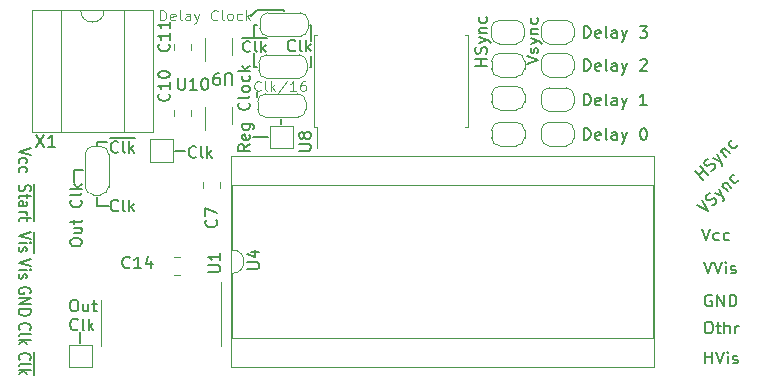
<source format=gbr>
%TF.GenerationSoftware,KiCad,Pcbnew,7.0.10*%
%TF.CreationDate,2024-02-26T12:25:31-08:00*%
%TF.ProjectId,vgaterm-top,76676174-6572-46d2-9d74-6f702e6b6963,rev?*%
%TF.SameCoordinates,Original*%
%TF.FileFunction,Legend,Top*%
%TF.FilePolarity,Positive*%
%FSLAX46Y46*%
G04 Gerber Fmt 4.6, Leading zero omitted, Abs format (unit mm)*
G04 Created by KiCad (PCBNEW 7.0.10) date 2024-02-26 12:25:31*
%MOMM*%
%LPD*%
G01*
G04 APERTURE LIST*
%ADD10C,0.150000*%
%ADD11C,0.120000*%
G04 APERTURE END LIST*
D10*
X73406000Y-53975000D02*
X73914000Y-53467000D01*
X60325000Y-70104000D02*
X61341000Y-70104000D01*
X58420000Y-67056000D02*
X59182000Y-67056000D01*
X60325000Y-69342000D02*
X60325000Y-70104000D01*
X58420000Y-68072000D02*
X58420000Y-67056000D01*
X78486000Y-54737000D02*
X78359000Y-54737000D01*
X73660000Y-55753000D02*
X73660000Y-54737000D01*
X73914000Y-60452000D02*
X73914000Y-60833000D01*
X73533000Y-64262000D02*
X74803000Y-64262000D01*
X76200000Y-53594000D02*
X76200000Y-53467000D01*
X60325000Y-64897000D02*
X60325000Y-64643000D01*
X78486000Y-58293000D02*
X78359000Y-58293000D01*
X66929000Y-65405000D02*
X67818000Y-65405000D01*
X58928000Y-81661000D02*
X58928000Y-80772000D01*
X76200000Y-53467000D02*
X73914000Y-53467000D01*
X73660000Y-58293000D02*
X73914000Y-58293000D01*
X75946000Y-63119000D02*
X75946000Y-62738000D01*
X78486000Y-56134000D02*
X78486000Y-54737000D01*
X60325000Y-64643000D02*
X61214000Y-64643000D01*
X73660000Y-57150000D02*
X73660000Y-58293000D01*
X73660000Y-54737000D02*
X73914000Y-54737000D01*
X78486000Y-58293000D02*
X78486000Y-57404000D01*
X101555779Y-55876819D02*
X101555779Y-54876819D01*
X101555779Y-54876819D02*
X101793874Y-54876819D01*
X101793874Y-54876819D02*
X101936731Y-54924438D01*
X101936731Y-54924438D02*
X102031969Y-55019676D01*
X102031969Y-55019676D02*
X102079588Y-55114914D01*
X102079588Y-55114914D02*
X102127207Y-55305390D01*
X102127207Y-55305390D02*
X102127207Y-55448247D01*
X102127207Y-55448247D02*
X102079588Y-55638723D01*
X102079588Y-55638723D02*
X102031969Y-55733961D01*
X102031969Y-55733961D02*
X101936731Y-55829200D01*
X101936731Y-55829200D02*
X101793874Y-55876819D01*
X101793874Y-55876819D02*
X101555779Y-55876819D01*
X102936731Y-55829200D02*
X102841493Y-55876819D01*
X102841493Y-55876819D02*
X102651017Y-55876819D01*
X102651017Y-55876819D02*
X102555779Y-55829200D01*
X102555779Y-55829200D02*
X102508160Y-55733961D01*
X102508160Y-55733961D02*
X102508160Y-55353009D01*
X102508160Y-55353009D02*
X102555779Y-55257771D01*
X102555779Y-55257771D02*
X102651017Y-55210152D01*
X102651017Y-55210152D02*
X102841493Y-55210152D01*
X102841493Y-55210152D02*
X102936731Y-55257771D01*
X102936731Y-55257771D02*
X102984350Y-55353009D01*
X102984350Y-55353009D02*
X102984350Y-55448247D01*
X102984350Y-55448247D02*
X102508160Y-55543485D01*
X103555779Y-55876819D02*
X103460541Y-55829200D01*
X103460541Y-55829200D02*
X103412922Y-55733961D01*
X103412922Y-55733961D02*
X103412922Y-54876819D01*
X104365303Y-55876819D02*
X104365303Y-55353009D01*
X104365303Y-55353009D02*
X104317684Y-55257771D01*
X104317684Y-55257771D02*
X104222446Y-55210152D01*
X104222446Y-55210152D02*
X104031970Y-55210152D01*
X104031970Y-55210152D02*
X103936732Y-55257771D01*
X104365303Y-55829200D02*
X104270065Y-55876819D01*
X104270065Y-55876819D02*
X104031970Y-55876819D01*
X104031970Y-55876819D02*
X103936732Y-55829200D01*
X103936732Y-55829200D02*
X103889113Y-55733961D01*
X103889113Y-55733961D02*
X103889113Y-55638723D01*
X103889113Y-55638723D02*
X103936732Y-55543485D01*
X103936732Y-55543485D02*
X104031970Y-55495866D01*
X104031970Y-55495866D02*
X104270065Y-55495866D01*
X104270065Y-55495866D02*
X104365303Y-55448247D01*
X104746256Y-55210152D02*
X104984351Y-55876819D01*
X105222446Y-55210152D02*
X104984351Y-55876819D01*
X104984351Y-55876819D02*
X104889113Y-56114914D01*
X104889113Y-56114914D02*
X104841494Y-56162533D01*
X104841494Y-56162533D02*
X104746256Y-56210152D01*
X106270066Y-54876819D02*
X106889113Y-54876819D01*
X106889113Y-54876819D02*
X106555780Y-55257771D01*
X106555780Y-55257771D02*
X106698637Y-55257771D01*
X106698637Y-55257771D02*
X106793875Y-55305390D01*
X106793875Y-55305390D02*
X106841494Y-55353009D01*
X106841494Y-55353009D02*
X106889113Y-55448247D01*
X106889113Y-55448247D02*
X106889113Y-55686342D01*
X106889113Y-55686342D02*
X106841494Y-55781580D01*
X106841494Y-55781580D02*
X106793875Y-55829200D01*
X106793875Y-55829200D02*
X106698637Y-55876819D01*
X106698637Y-55876819D02*
X106412923Y-55876819D01*
X106412923Y-55876819D02*
X106317685Y-55829200D01*
X106317685Y-55829200D02*
X106270066Y-55781580D01*
D11*
X65698232Y-54372737D02*
X65698232Y-53522737D01*
X65698232Y-53522737D02*
X65912518Y-53522737D01*
X65912518Y-53522737D02*
X66041089Y-53563213D01*
X66041089Y-53563213D02*
X66126804Y-53644165D01*
X66126804Y-53644165D02*
X66169661Y-53725118D01*
X66169661Y-53725118D02*
X66212518Y-53887022D01*
X66212518Y-53887022D02*
X66212518Y-54008451D01*
X66212518Y-54008451D02*
X66169661Y-54170356D01*
X66169661Y-54170356D02*
X66126804Y-54251308D01*
X66126804Y-54251308D02*
X66041089Y-54332261D01*
X66041089Y-54332261D02*
X65912518Y-54372737D01*
X65912518Y-54372737D02*
X65698232Y-54372737D01*
X66941089Y-54332261D02*
X66855375Y-54372737D01*
X66855375Y-54372737D02*
X66683947Y-54372737D01*
X66683947Y-54372737D02*
X66598232Y-54332261D01*
X66598232Y-54332261D02*
X66555375Y-54251308D01*
X66555375Y-54251308D02*
X66555375Y-53927499D01*
X66555375Y-53927499D02*
X66598232Y-53846546D01*
X66598232Y-53846546D02*
X66683947Y-53806070D01*
X66683947Y-53806070D02*
X66855375Y-53806070D01*
X66855375Y-53806070D02*
X66941089Y-53846546D01*
X66941089Y-53846546D02*
X66983947Y-53927499D01*
X66983947Y-53927499D02*
X66983947Y-54008451D01*
X66983947Y-54008451D02*
X66555375Y-54089403D01*
X67498233Y-54372737D02*
X67412518Y-54332261D01*
X67412518Y-54332261D02*
X67369661Y-54251308D01*
X67369661Y-54251308D02*
X67369661Y-53522737D01*
X68226805Y-54372737D02*
X68226805Y-53927499D01*
X68226805Y-53927499D02*
X68183947Y-53846546D01*
X68183947Y-53846546D02*
X68098233Y-53806070D01*
X68098233Y-53806070D02*
X67926805Y-53806070D01*
X67926805Y-53806070D02*
X67841090Y-53846546D01*
X68226805Y-54332261D02*
X68141090Y-54372737D01*
X68141090Y-54372737D02*
X67926805Y-54372737D01*
X67926805Y-54372737D02*
X67841090Y-54332261D01*
X67841090Y-54332261D02*
X67798233Y-54251308D01*
X67798233Y-54251308D02*
X67798233Y-54170356D01*
X67798233Y-54170356D02*
X67841090Y-54089403D01*
X67841090Y-54089403D02*
X67926805Y-54048927D01*
X67926805Y-54048927D02*
X68141090Y-54048927D01*
X68141090Y-54048927D02*
X68226805Y-54008451D01*
X68569662Y-53806070D02*
X68783948Y-54372737D01*
X68998233Y-53806070D02*
X68783948Y-54372737D01*
X68783948Y-54372737D02*
X68698233Y-54575118D01*
X68698233Y-54575118D02*
X68655376Y-54615594D01*
X68655376Y-54615594D02*
X68569662Y-54656070D01*
X70541090Y-54291784D02*
X70498233Y-54332261D01*
X70498233Y-54332261D02*
X70369661Y-54372737D01*
X70369661Y-54372737D02*
X70283947Y-54372737D01*
X70283947Y-54372737D02*
X70155376Y-54332261D01*
X70155376Y-54332261D02*
X70069661Y-54251308D01*
X70069661Y-54251308D02*
X70026804Y-54170356D01*
X70026804Y-54170356D02*
X69983947Y-54008451D01*
X69983947Y-54008451D02*
X69983947Y-53887022D01*
X69983947Y-53887022D02*
X70026804Y-53725118D01*
X70026804Y-53725118D02*
X70069661Y-53644165D01*
X70069661Y-53644165D02*
X70155376Y-53563213D01*
X70155376Y-53563213D02*
X70283947Y-53522737D01*
X70283947Y-53522737D02*
X70369661Y-53522737D01*
X70369661Y-53522737D02*
X70498233Y-53563213D01*
X70498233Y-53563213D02*
X70541090Y-53603689D01*
X71055376Y-54372737D02*
X70969661Y-54332261D01*
X70969661Y-54332261D02*
X70926804Y-54251308D01*
X70926804Y-54251308D02*
X70926804Y-53522737D01*
X71526805Y-54372737D02*
X71441090Y-54332261D01*
X71441090Y-54332261D02*
X71398233Y-54291784D01*
X71398233Y-54291784D02*
X71355376Y-54210832D01*
X71355376Y-54210832D02*
X71355376Y-53967975D01*
X71355376Y-53967975D02*
X71398233Y-53887022D01*
X71398233Y-53887022D02*
X71441090Y-53846546D01*
X71441090Y-53846546D02*
X71526805Y-53806070D01*
X71526805Y-53806070D02*
X71655376Y-53806070D01*
X71655376Y-53806070D02*
X71741090Y-53846546D01*
X71741090Y-53846546D02*
X71783948Y-53887022D01*
X71783948Y-53887022D02*
X71826805Y-53967975D01*
X71826805Y-53967975D02*
X71826805Y-54210832D01*
X71826805Y-54210832D02*
X71783948Y-54291784D01*
X71783948Y-54291784D02*
X71741090Y-54332261D01*
X71741090Y-54332261D02*
X71655376Y-54372737D01*
X71655376Y-54372737D02*
X71526805Y-54372737D01*
X72598234Y-54332261D02*
X72512519Y-54372737D01*
X72512519Y-54372737D02*
X72341091Y-54372737D01*
X72341091Y-54372737D02*
X72255376Y-54332261D01*
X72255376Y-54332261D02*
X72212519Y-54291784D01*
X72212519Y-54291784D02*
X72169662Y-54210832D01*
X72169662Y-54210832D02*
X72169662Y-53967975D01*
X72169662Y-53967975D02*
X72212519Y-53887022D01*
X72212519Y-53887022D02*
X72255376Y-53846546D01*
X72255376Y-53846546D02*
X72341091Y-53806070D01*
X72341091Y-53806070D02*
X72512519Y-53806070D01*
X72512519Y-53806070D02*
X72598234Y-53846546D01*
X72983948Y-54372737D02*
X72983948Y-53522737D01*
X73069663Y-54048927D02*
X73326805Y-54372737D01*
X73326805Y-53806070D02*
X72983948Y-54129880D01*
D10*
X54724180Y-72320398D02*
X53724180Y-72620398D01*
X53724180Y-72620398D02*
X54724180Y-72920398D01*
X53724180Y-73220398D02*
X54390847Y-73220398D01*
X54724180Y-73220398D02*
X54676561Y-73177541D01*
X54676561Y-73177541D02*
X54628942Y-73220398D01*
X54628942Y-73220398D02*
X54676561Y-73263255D01*
X54676561Y-73263255D02*
X54724180Y-73220398D01*
X54724180Y-73220398D02*
X54628942Y-73220398D01*
X53771800Y-73606112D02*
X53724180Y-73691826D01*
X53724180Y-73691826D02*
X53724180Y-73863255D01*
X53724180Y-73863255D02*
X53771800Y-73948969D01*
X53771800Y-73948969D02*
X53867038Y-73991826D01*
X53867038Y-73991826D02*
X53914657Y-73991826D01*
X53914657Y-73991826D02*
X54009895Y-73948969D01*
X54009895Y-73948969D02*
X54057514Y-73863255D01*
X54057514Y-73863255D02*
X54057514Y-73734684D01*
X54057514Y-73734684D02*
X54105133Y-73648969D01*
X54105133Y-73648969D02*
X54200371Y-73606112D01*
X54200371Y-73606112D02*
X54247990Y-73606112D01*
X54247990Y-73606112D02*
X54343228Y-73648969D01*
X54343228Y-73648969D02*
X54390847Y-73734684D01*
X54390847Y-73734684D02*
X54390847Y-73863255D01*
X54390847Y-73863255D02*
X54343228Y-73948969D01*
X55001800Y-72324684D02*
X55001800Y-74073255D01*
X77108207Y-56924580D02*
X77060588Y-56972200D01*
X77060588Y-56972200D02*
X76917731Y-57019819D01*
X76917731Y-57019819D02*
X76822493Y-57019819D01*
X76822493Y-57019819D02*
X76679636Y-56972200D01*
X76679636Y-56972200D02*
X76584398Y-56876961D01*
X76584398Y-56876961D02*
X76536779Y-56781723D01*
X76536779Y-56781723D02*
X76489160Y-56591247D01*
X76489160Y-56591247D02*
X76489160Y-56448390D01*
X76489160Y-56448390D02*
X76536779Y-56257914D01*
X76536779Y-56257914D02*
X76584398Y-56162676D01*
X76584398Y-56162676D02*
X76679636Y-56067438D01*
X76679636Y-56067438D02*
X76822493Y-56019819D01*
X76822493Y-56019819D02*
X76917731Y-56019819D01*
X76917731Y-56019819D02*
X77060588Y-56067438D01*
X77060588Y-56067438D02*
X77108207Y-56115057D01*
X77679636Y-57019819D02*
X77584398Y-56972200D01*
X77584398Y-56972200D02*
X77536779Y-56876961D01*
X77536779Y-56876961D02*
X77536779Y-56019819D01*
X78060589Y-57019819D02*
X78060589Y-56019819D01*
X78155827Y-56638866D02*
X78441541Y-57019819D01*
X78441541Y-56353152D02*
X78060589Y-56734104D01*
X68726207Y-65941580D02*
X68678588Y-65989200D01*
X68678588Y-65989200D02*
X68535731Y-66036819D01*
X68535731Y-66036819D02*
X68440493Y-66036819D01*
X68440493Y-66036819D02*
X68297636Y-65989200D01*
X68297636Y-65989200D02*
X68202398Y-65893961D01*
X68202398Y-65893961D02*
X68154779Y-65798723D01*
X68154779Y-65798723D02*
X68107160Y-65608247D01*
X68107160Y-65608247D02*
X68107160Y-65465390D01*
X68107160Y-65465390D02*
X68154779Y-65274914D01*
X68154779Y-65274914D02*
X68202398Y-65179676D01*
X68202398Y-65179676D02*
X68297636Y-65084438D01*
X68297636Y-65084438D02*
X68440493Y-65036819D01*
X68440493Y-65036819D02*
X68535731Y-65036819D01*
X68535731Y-65036819D02*
X68678588Y-65084438D01*
X68678588Y-65084438D02*
X68726207Y-65132057D01*
X69297636Y-66036819D02*
X69202398Y-65989200D01*
X69202398Y-65989200D02*
X69154779Y-65893961D01*
X69154779Y-65893961D02*
X69154779Y-65036819D01*
X69678589Y-66036819D02*
X69678589Y-65036819D01*
X69773827Y-65655866D02*
X70059541Y-66036819D01*
X70059541Y-65370152D02*
X69678589Y-65751104D01*
X101555779Y-64512819D02*
X101555779Y-63512819D01*
X101555779Y-63512819D02*
X101793874Y-63512819D01*
X101793874Y-63512819D02*
X101936731Y-63560438D01*
X101936731Y-63560438D02*
X102031969Y-63655676D01*
X102031969Y-63655676D02*
X102079588Y-63750914D01*
X102079588Y-63750914D02*
X102127207Y-63941390D01*
X102127207Y-63941390D02*
X102127207Y-64084247D01*
X102127207Y-64084247D02*
X102079588Y-64274723D01*
X102079588Y-64274723D02*
X102031969Y-64369961D01*
X102031969Y-64369961D02*
X101936731Y-64465200D01*
X101936731Y-64465200D02*
X101793874Y-64512819D01*
X101793874Y-64512819D02*
X101555779Y-64512819D01*
X102936731Y-64465200D02*
X102841493Y-64512819D01*
X102841493Y-64512819D02*
X102651017Y-64512819D01*
X102651017Y-64512819D02*
X102555779Y-64465200D01*
X102555779Y-64465200D02*
X102508160Y-64369961D01*
X102508160Y-64369961D02*
X102508160Y-63989009D01*
X102508160Y-63989009D02*
X102555779Y-63893771D01*
X102555779Y-63893771D02*
X102651017Y-63846152D01*
X102651017Y-63846152D02*
X102841493Y-63846152D01*
X102841493Y-63846152D02*
X102936731Y-63893771D01*
X102936731Y-63893771D02*
X102984350Y-63989009D01*
X102984350Y-63989009D02*
X102984350Y-64084247D01*
X102984350Y-64084247D02*
X102508160Y-64179485D01*
X103555779Y-64512819D02*
X103460541Y-64465200D01*
X103460541Y-64465200D02*
X103412922Y-64369961D01*
X103412922Y-64369961D02*
X103412922Y-63512819D01*
X104365303Y-64512819D02*
X104365303Y-63989009D01*
X104365303Y-63989009D02*
X104317684Y-63893771D01*
X104317684Y-63893771D02*
X104222446Y-63846152D01*
X104222446Y-63846152D02*
X104031970Y-63846152D01*
X104031970Y-63846152D02*
X103936732Y-63893771D01*
X104365303Y-64465200D02*
X104270065Y-64512819D01*
X104270065Y-64512819D02*
X104031970Y-64512819D01*
X104031970Y-64512819D02*
X103936732Y-64465200D01*
X103936732Y-64465200D02*
X103889113Y-64369961D01*
X103889113Y-64369961D02*
X103889113Y-64274723D01*
X103889113Y-64274723D02*
X103936732Y-64179485D01*
X103936732Y-64179485D02*
X104031970Y-64131866D01*
X104031970Y-64131866D02*
X104270065Y-64131866D01*
X104270065Y-64131866D02*
X104365303Y-64084247D01*
X104746256Y-63846152D02*
X104984351Y-64512819D01*
X105222446Y-63846152D02*
X104984351Y-64512819D01*
X104984351Y-64512819D02*
X104889113Y-64750914D01*
X104889113Y-64750914D02*
X104841494Y-64798533D01*
X104841494Y-64798533D02*
X104746256Y-64846152D01*
X106555780Y-63512819D02*
X106651018Y-63512819D01*
X106651018Y-63512819D02*
X106746256Y-63560438D01*
X106746256Y-63560438D02*
X106793875Y-63608057D01*
X106793875Y-63608057D02*
X106841494Y-63703295D01*
X106841494Y-63703295D02*
X106889113Y-63893771D01*
X106889113Y-63893771D02*
X106889113Y-64131866D01*
X106889113Y-64131866D02*
X106841494Y-64322342D01*
X106841494Y-64322342D02*
X106793875Y-64417580D01*
X106793875Y-64417580D02*
X106746256Y-64465200D01*
X106746256Y-64465200D02*
X106651018Y-64512819D01*
X106651018Y-64512819D02*
X106555780Y-64512819D01*
X106555780Y-64512819D02*
X106460542Y-64465200D01*
X106460542Y-64465200D02*
X106412923Y-64417580D01*
X106412923Y-64417580D02*
X106365304Y-64322342D01*
X106365304Y-64322342D02*
X106317685Y-64131866D01*
X106317685Y-64131866D02*
X106317685Y-63893771D01*
X106317685Y-63893771D02*
X106365304Y-63703295D01*
X106365304Y-63703295D02*
X106412923Y-63608057D01*
X106412923Y-63608057D02*
X106460542Y-63560438D01*
X106460542Y-63560438D02*
X106555780Y-63512819D01*
X101555779Y-58670819D02*
X101555779Y-57670819D01*
X101555779Y-57670819D02*
X101793874Y-57670819D01*
X101793874Y-57670819D02*
X101936731Y-57718438D01*
X101936731Y-57718438D02*
X102031969Y-57813676D01*
X102031969Y-57813676D02*
X102079588Y-57908914D01*
X102079588Y-57908914D02*
X102127207Y-58099390D01*
X102127207Y-58099390D02*
X102127207Y-58242247D01*
X102127207Y-58242247D02*
X102079588Y-58432723D01*
X102079588Y-58432723D02*
X102031969Y-58527961D01*
X102031969Y-58527961D02*
X101936731Y-58623200D01*
X101936731Y-58623200D02*
X101793874Y-58670819D01*
X101793874Y-58670819D02*
X101555779Y-58670819D01*
X102936731Y-58623200D02*
X102841493Y-58670819D01*
X102841493Y-58670819D02*
X102651017Y-58670819D01*
X102651017Y-58670819D02*
X102555779Y-58623200D01*
X102555779Y-58623200D02*
X102508160Y-58527961D01*
X102508160Y-58527961D02*
X102508160Y-58147009D01*
X102508160Y-58147009D02*
X102555779Y-58051771D01*
X102555779Y-58051771D02*
X102651017Y-58004152D01*
X102651017Y-58004152D02*
X102841493Y-58004152D01*
X102841493Y-58004152D02*
X102936731Y-58051771D01*
X102936731Y-58051771D02*
X102984350Y-58147009D01*
X102984350Y-58147009D02*
X102984350Y-58242247D01*
X102984350Y-58242247D02*
X102508160Y-58337485D01*
X103555779Y-58670819D02*
X103460541Y-58623200D01*
X103460541Y-58623200D02*
X103412922Y-58527961D01*
X103412922Y-58527961D02*
X103412922Y-57670819D01*
X104365303Y-58670819D02*
X104365303Y-58147009D01*
X104365303Y-58147009D02*
X104317684Y-58051771D01*
X104317684Y-58051771D02*
X104222446Y-58004152D01*
X104222446Y-58004152D02*
X104031970Y-58004152D01*
X104031970Y-58004152D02*
X103936732Y-58051771D01*
X104365303Y-58623200D02*
X104270065Y-58670819D01*
X104270065Y-58670819D02*
X104031970Y-58670819D01*
X104031970Y-58670819D02*
X103936732Y-58623200D01*
X103936732Y-58623200D02*
X103889113Y-58527961D01*
X103889113Y-58527961D02*
X103889113Y-58432723D01*
X103889113Y-58432723D02*
X103936732Y-58337485D01*
X103936732Y-58337485D02*
X104031970Y-58289866D01*
X104031970Y-58289866D02*
X104270065Y-58289866D01*
X104270065Y-58289866D02*
X104365303Y-58242247D01*
X104746256Y-58004152D02*
X104984351Y-58670819D01*
X105222446Y-58004152D02*
X104984351Y-58670819D01*
X104984351Y-58670819D02*
X104889113Y-58908914D01*
X104889113Y-58908914D02*
X104841494Y-58956533D01*
X104841494Y-58956533D02*
X104746256Y-59004152D01*
X106317685Y-57766057D02*
X106365304Y-57718438D01*
X106365304Y-57718438D02*
X106460542Y-57670819D01*
X106460542Y-57670819D02*
X106698637Y-57670819D01*
X106698637Y-57670819D02*
X106793875Y-57718438D01*
X106793875Y-57718438D02*
X106841494Y-57766057D01*
X106841494Y-57766057D02*
X106889113Y-57861295D01*
X106889113Y-57861295D02*
X106889113Y-57956533D01*
X106889113Y-57956533D02*
X106841494Y-58099390D01*
X106841494Y-58099390D02*
X106270066Y-58670819D01*
X106270066Y-58670819D02*
X106889113Y-58670819D01*
X101555779Y-61591819D02*
X101555779Y-60591819D01*
X101555779Y-60591819D02*
X101793874Y-60591819D01*
X101793874Y-60591819D02*
X101936731Y-60639438D01*
X101936731Y-60639438D02*
X102031969Y-60734676D01*
X102031969Y-60734676D02*
X102079588Y-60829914D01*
X102079588Y-60829914D02*
X102127207Y-61020390D01*
X102127207Y-61020390D02*
X102127207Y-61163247D01*
X102127207Y-61163247D02*
X102079588Y-61353723D01*
X102079588Y-61353723D02*
X102031969Y-61448961D01*
X102031969Y-61448961D02*
X101936731Y-61544200D01*
X101936731Y-61544200D02*
X101793874Y-61591819D01*
X101793874Y-61591819D02*
X101555779Y-61591819D01*
X102936731Y-61544200D02*
X102841493Y-61591819D01*
X102841493Y-61591819D02*
X102651017Y-61591819D01*
X102651017Y-61591819D02*
X102555779Y-61544200D01*
X102555779Y-61544200D02*
X102508160Y-61448961D01*
X102508160Y-61448961D02*
X102508160Y-61068009D01*
X102508160Y-61068009D02*
X102555779Y-60972771D01*
X102555779Y-60972771D02*
X102651017Y-60925152D01*
X102651017Y-60925152D02*
X102841493Y-60925152D01*
X102841493Y-60925152D02*
X102936731Y-60972771D01*
X102936731Y-60972771D02*
X102984350Y-61068009D01*
X102984350Y-61068009D02*
X102984350Y-61163247D01*
X102984350Y-61163247D02*
X102508160Y-61258485D01*
X103555779Y-61591819D02*
X103460541Y-61544200D01*
X103460541Y-61544200D02*
X103412922Y-61448961D01*
X103412922Y-61448961D02*
X103412922Y-60591819D01*
X104365303Y-61591819D02*
X104365303Y-61068009D01*
X104365303Y-61068009D02*
X104317684Y-60972771D01*
X104317684Y-60972771D02*
X104222446Y-60925152D01*
X104222446Y-60925152D02*
X104031970Y-60925152D01*
X104031970Y-60925152D02*
X103936732Y-60972771D01*
X104365303Y-61544200D02*
X104270065Y-61591819D01*
X104270065Y-61591819D02*
X104031970Y-61591819D01*
X104031970Y-61591819D02*
X103936732Y-61544200D01*
X103936732Y-61544200D02*
X103889113Y-61448961D01*
X103889113Y-61448961D02*
X103889113Y-61353723D01*
X103889113Y-61353723D02*
X103936732Y-61258485D01*
X103936732Y-61258485D02*
X104031970Y-61210866D01*
X104031970Y-61210866D02*
X104270065Y-61210866D01*
X104270065Y-61210866D02*
X104365303Y-61163247D01*
X104746256Y-60925152D02*
X104984351Y-61591819D01*
X105222446Y-60925152D02*
X104984351Y-61591819D01*
X104984351Y-61591819D02*
X104889113Y-61829914D01*
X104889113Y-61829914D02*
X104841494Y-61877533D01*
X104841494Y-61877533D02*
X104746256Y-61925152D01*
X106889113Y-61591819D02*
X106317685Y-61591819D01*
X106603399Y-61591819D02*
X106603399Y-60591819D01*
X106603399Y-60591819D02*
X106508161Y-60734676D01*
X106508161Y-60734676D02*
X106412923Y-60829914D01*
X106412923Y-60829914D02*
X106317685Y-60877533D01*
X73298207Y-56946342D02*
X73250588Y-56989200D01*
X73250588Y-56989200D02*
X73107731Y-57032057D01*
X73107731Y-57032057D02*
X73012493Y-57032057D01*
X73012493Y-57032057D02*
X72869636Y-56989200D01*
X72869636Y-56989200D02*
X72774398Y-56903485D01*
X72774398Y-56903485D02*
X72726779Y-56817771D01*
X72726779Y-56817771D02*
X72679160Y-56646342D01*
X72679160Y-56646342D02*
X72679160Y-56517771D01*
X72679160Y-56517771D02*
X72726779Y-56346342D01*
X72726779Y-56346342D02*
X72774398Y-56260628D01*
X72774398Y-56260628D02*
X72869636Y-56174914D01*
X72869636Y-56174914D02*
X73012493Y-56132057D01*
X73012493Y-56132057D02*
X73107731Y-56132057D01*
X73107731Y-56132057D02*
X73250588Y-56174914D01*
X73250588Y-56174914D02*
X73298207Y-56217771D01*
X73869636Y-57032057D02*
X73774398Y-56989200D01*
X73774398Y-56989200D02*
X73726779Y-56903485D01*
X73726779Y-56903485D02*
X73726779Y-56132057D01*
X74250589Y-57032057D02*
X74250589Y-56132057D01*
X74345827Y-56689200D02*
X74631541Y-57032057D01*
X74631541Y-56432057D02*
X74250589Y-56774914D01*
X72588684Y-55882200D02*
X74722018Y-55882200D01*
X54724180Y-65208398D02*
X53724180Y-65508398D01*
X53724180Y-65508398D02*
X54724180Y-65808398D01*
X53771800Y-66494113D02*
X53724180Y-66408398D01*
X53724180Y-66408398D02*
X53724180Y-66236970D01*
X53724180Y-66236970D02*
X53771800Y-66151255D01*
X53771800Y-66151255D02*
X53819419Y-66108398D01*
X53819419Y-66108398D02*
X53914657Y-66065541D01*
X53914657Y-66065541D02*
X54200371Y-66065541D01*
X54200371Y-66065541D02*
X54295609Y-66108398D01*
X54295609Y-66108398D02*
X54343228Y-66151255D01*
X54343228Y-66151255D02*
X54390847Y-66236970D01*
X54390847Y-66236970D02*
X54390847Y-66408398D01*
X54390847Y-66408398D02*
X54343228Y-66494113D01*
X53771800Y-67265542D02*
X53724180Y-67179827D01*
X53724180Y-67179827D02*
X53724180Y-67008399D01*
X53724180Y-67008399D02*
X53771800Y-66922684D01*
X53771800Y-66922684D02*
X53819419Y-66879827D01*
X53819419Y-66879827D02*
X53914657Y-66836970D01*
X53914657Y-66836970D02*
X54200371Y-66836970D01*
X54200371Y-66836970D02*
X54295609Y-66879827D01*
X54295609Y-66879827D02*
X54343228Y-66922684D01*
X54343228Y-66922684D02*
X54390847Y-67008399D01*
X54390847Y-67008399D02*
X54390847Y-67179827D01*
X54390847Y-67179827D02*
X54343228Y-67265542D01*
X54676561Y-77492398D02*
X54724180Y-77406684D01*
X54724180Y-77406684D02*
X54724180Y-77278112D01*
X54724180Y-77278112D02*
X54676561Y-77149541D01*
X54676561Y-77149541D02*
X54581323Y-77063826D01*
X54581323Y-77063826D02*
X54486085Y-77020969D01*
X54486085Y-77020969D02*
X54295609Y-76978112D01*
X54295609Y-76978112D02*
X54152752Y-76978112D01*
X54152752Y-76978112D02*
X53962276Y-77020969D01*
X53962276Y-77020969D02*
X53867038Y-77063826D01*
X53867038Y-77063826D02*
X53771800Y-77149541D01*
X53771800Y-77149541D02*
X53724180Y-77278112D01*
X53724180Y-77278112D02*
X53724180Y-77363826D01*
X53724180Y-77363826D02*
X53771800Y-77492398D01*
X53771800Y-77492398D02*
X53819419Y-77535255D01*
X53819419Y-77535255D02*
X54152752Y-77535255D01*
X54152752Y-77535255D02*
X54152752Y-77363826D01*
X53724180Y-77920969D02*
X54724180Y-77920969D01*
X54724180Y-77920969D02*
X53724180Y-78435255D01*
X53724180Y-78435255D02*
X54724180Y-78435255D01*
X53724180Y-78863826D02*
X54724180Y-78863826D01*
X54724180Y-78863826D02*
X54724180Y-79078112D01*
X54724180Y-79078112D02*
X54676561Y-79206683D01*
X54676561Y-79206683D02*
X54581323Y-79292398D01*
X54581323Y-79292398D02*
X54486085Y-79335255D01*
X54486085Y-79335255D02*
X54295609Y-79378112D01*
X54295609Y-79378112D02*
X54152752Y-79378112D01*
X54152752Y-79378112D02*
X53962276Y-79335255D01*
X53962276Y-79335255D02*
X53867038Y-79292398D01*
X53867038Y-79292398D02*
X53771800Y-79206683D01*
X53771800Y-79206683D02*
X53724180Y-79078112D01*
X53724180Y-79078112D02*
X53724180Y-78863826D01*
X111572922Y-72021819D02*
X111906255Y-73021819D01*
X111906255Y-73021819D02*
X112239588Y-72021819D01*
X113001493Y-72974200D02*
X112906255Y-73021819D01*
X112906255Y-73021819D02*
X112715779Y-73021819D01*
X112715779Y-73021819D02*
X112620541Y-72974200D01*
X112620541Y-72974200D02*
X112572922Y-72926580D01*
X112572922Y-72926580D02*
X112525303Y-72831342D01*
X112525303Y-72831342D02*
X112525303Y-72545628D01*
X112525303Y-72545628D02*
X112572922Y-72450390D01*
X112572922Y-72450390D02*
X112620541Y-72402771D01*
X112620541Y-72402771D02*
X112715779Y-72355152D01*
X112715779Y-72355152D02*
X112906255Y-72355152D01*
X112906255Y-72355152D02*
X113001493Y-72402771D01*
X113858636Y-72974200D02*
X113763398Y-73021819D01*
X113763398Y-73021819D02*
X113572922Y-73021819D01*
X113572922Y-73021819D02*
X113477684Y-72974200D01*
X113477684Y-72974200D02*
X113430065Y-72926580D01*
X113430065Y-72926580D02*
X113382446Y-72831342D01*
X113382446Y-72831342D02*
X113382446Y-72545628D01*
X113382446Y-72545628D02*
X113430065Y-72450390D01*
X113430065Y-72450390D02*
X113477684Y-72402771D01*
X113477684Y-72402771D02*
X113572922Y-72355152D01*
X113572922Y-72355152D02*
X113763398Y-72355152D01*
X113763398Y-72355152D02*
X113858636Y-72402771D01*
X53771800Y-68342112D02*
X53724180Y-68470684D01*
X53724180Y-68470684D02*
X53724180Y-68684969D01*
X53724180Y-68684969D02*
X53771800Y-68770684D01*
X53771800Y-68770684D02*
X53819419Y-68813541D01*
X53819419Y-68813541D02*
X53914657Y-68856398D01*
X53914657Y-68856398D02*
X54009895Y-68856398D01*
X54009895Y-68856398D02*
X54105133Y-68813541D01*
X54105133Y-68813541D02*
X54152752Y-68770684D01*
X54152752Y-68770684D02*
X54200371Y-68684969D01*
X54200371Y-68684969D02*
X54247990Y-68513541D01*
X54247990Y-68513541D02*
X54295609Y-68427826D01*
X54295609Y-68427826D02*
X54343228Y-68384969D01*
X54343228Y-68384969D02*
X54438466Y-68342112D01*
X54438466Y-68342112D02*
X54533704Y-68342112D01*
X54533704Y-68342112D02*
X54628942Y-68384969D01*
X54628942Y-68384969D02*
X54676561Y-68427826D01*
X54676561Y-68427826D02*
X54724180Y-68513541D01*
X54724180Y-68513541D02*
X54724180Y-68727826D01*
X54724180Y-68727826D02*
X54676561Y-68856398D01*
X54390847Y-69113541D02*
X54390847Y-69456398D01*
X54724180Y-69242112D02*
X53867038Y-69242112D01*
X53867038Y-69242112D02*
X53771800Y-69284969D01*
X53771800Y-69284969D02*
X53724180Y-69370684D01*
X53724180Y-69370684D02*
X53724180Y-69456398D01*
X53724180Y-70142113D02*
X54247990Y-70142113D01*
X54247990Y-70142113D02*
X54343228Y-70099255D01*
X54343228Y-70099255D02*
X54390847Y-70013541D01*
X54390847Y-70013541D02*
X54390847Y-69842113D01*
X54390847Y-69842113D02*
X54343228Y-69756398D01*
X53771800Y-70142113D02*
X53724180Y-70056398D01*
X53724180Y-70056398D02*
X53724180Y-69842113D01*
X53724180Y-69842113D02*
X53771800Y-69756398D01*
X53771800Y-69756398D02*
X53867038Y-69713541D01*
X53867038Y-69713541D02*
X53962276Y-69713541D01*
X53962276Y-69713541D02*
X54057514Y-69756398D01*
X54057514Y-69756398D02*
X54105133Y-69842113D01*
X54105133Y-69842113D02*
X54105133Y-70056398D01*
X54105133Y-70056398D02*
X54152752Y-70142113D01*
X53724180Y-70570684D02*
X54390847Y-70570684D01*
X54200371Y-70570684D02*
X54295609Y-70613541D01*
X54295609Y-70613541D02*
X54343228Y-70656399D01*
X54343228Y-70656399D02*
X54390847Y-70742113D01*
X54390847Y-70742113D02*
X54390847Y-70827827D01*
X54390847Y-70999256D02*
X54390847Y-71342113D01*
X54724180Y-71127827D02*
X53867038Y-71127827D01*
X53867038Y-71127827D02*
X53771800Y-71170684D01*
X53771800Y-71170684D02*
X53724180Y-71256399D01*
X53724180Y-71256399D02*
X53724180Y-71342113D01*
X55001800Y-68260684D02*
X55001800Y-71337828D01*
X73275819Y-64877792D02*
X72799628Y-65211125D01*
X73275819Y-65449220D02*
X72275819Y-65449220D01*
X72275819Y-65449220D02*
X72275819Y-65068268D01*
X72275819Y-65068268D02*
X72323438Y-64973030D01*
X72323438Y-64973030D02*
X72371057Y-64925411D01*
X72371057Y-64925411D02*
X72466295Y-64877792D01*
X72466295Y-64877792D02*
X72609152Y-64877792D01*
X72609152Y-64877792D02*
X72704390Y-64925411D01*
X72704390Y-64925411D02*
X72752009Y-64973030D01*
X72752009Y-64973030D02*
X72799628Y-65068268D01*
X72799628Y-65068268D02*
X72799628Y-65449220D01*
X73228200Y-64068268D02*
X73275819Y-64163506D01*
X73275819Y-64163506D02*
X73275819Y-64353982D01*
X73275819Y-64353982D02*
X73228200Y-64449220D01*
X73228200Y-64449220D02*
X73132961Y-64496839D01*
X73132961Y-64496839D02*
X72752009Y-64496839D01*
X72752009Y-64496839D02*
X72656771Y-64449220D01*
X72656771Y-64449220D02*
X72609152Y-64353982D01*
X72609152Y-64353982D02*
X72609152Y-64163506D01*
X72609152Y-64163506D02*
X72656771Y-64068268D01*
X72656771Y-64068268D02*
X72752009Y-64020649D01*
X72752009Y-64020649D02*
X72847247Y-64020649D01*
X72847247Y-64020649D02*
X72942485Y-64496839D01*
X72609152Y-63163506D02*
X73418676Y-63163506D01*
X73418676Y-63163506D02*
X73513914Y-63211125D01*
X73513914Y-63211125D02*
X73561533Y-63258744D01*
X73561533Y-63258744D02*
X73609152Y-63353982D01*
X73609152Y-63353982D02*
X73609152Y-63496839D01*
X73609152Y-63496839D02*
X73561533Y-63592077D01*
X73228200Y-63163506D02*
X73275819Y-63258744D01*
X73275819Y-63258744D02*
X73275819Y-63449220D01*
X73275819Y-63449220D02*
X73228200Y-63544458D01*
X73228200Y-63544458D02*
X73180580Y-63592077D01*
X73180580Y-63592077D02*
X73085342Y-63639696D01*
X73085342Y-63639696D02*
X72799628Y-63639696D01*
X72799628Y-63639696D02*
X72704390Y-63592077D01*
X72704390Y-63592077D02*
X72656771Y-63544458D01*
X72656771Y-63544458D02*
X72609152Y-63449220D01*
X72609152Y-63449220D02*
X72609152Y-63258744D01*
X72609152Y-63258744D02*
X72656771Y-63163506D01*
X73180580Y-61353982D02*
X73228200Y-61401601D01*
X73228200Y-61401601D02*
X73275819Y-61544458D01*
X73275819Y-61544458D02*
X73275819Y-61639696D01*
X73275819Y-61639696D02*
X73228200Y-61782553D01*
X73228200Y-61782553D02*
X73132961Y-61877791D01*
X73132961Y-61877791D02*
X73037723Y-61925410D01*
X73037723Y-61925410D02*
X72847247Y-61973029D01*
X72847247Y-61973029D02*
X72704390Y-61973029D01*
X72704390Y-61973029D02*
X72513914Y-61925410D01*
X72513914Y-61925410D02*
X72418676Y-61877791D01*
X72418676Y-61877791D02*
X72323438Y-61782553D01*
X72323438Y-61782553D02*
X72275819Y-61639696D01*
X72275819Y-61639696D02*
X72275819Y-61544458D01*
X72275819Y-61544458D02*
X72323438Y-61401601D01*
X72323438Y-61401601D02*
X72371057Y-61353982D01*
X73275819Y-60782553D02*
X73228200Y-60877791D01*
X73228200Y-60877791D02*
X73132961Y-60925410D01*
X73132961Y-60925410D02*
X72275819Y-60925410D01*
X73275819Y-60258743D02*
X73228200Y-60353981D01*
X73228200Y-60353981D02*
X73180580Y-60401600D01*
X73180580Y-60401600D02*
X73085342Y-60449219D01*
X73085342Y-60449219D02*
X72799628Y-60449219D01*
X72799628Y-60449219D02*
X72704390Y-60401600D01*
X72704390Y-60401600D02*
X72656771Y-60353981D01*
X72656771Y-60353981D02*
X72609152Y-60258743D01*
X72609152Y-60258743D02*
X72609152Y-60115886D01*
X72609152Y-60115886D02*
X72656771Y-60020648D01*
X72656771Y-60020648D02*
X72704390Y-59973029D01*
X72704390Y-59973029D02*
X72799628Y-59925410D01*
X72799628Y-59925410D02*
X73085342Y-59925410D01*
X73085342Y-59925410D02*
X73180580Y-59973029D01*
X73180580Y-59973029D02*
X73228200Y-60020648D01*
X73228200Y-60020648D02*
X73275819Y-60115886D01*
X73275819Y-60115886D02*
X73275819Y-60258743D01*
X73228200Y-59068267D02*
X73275819Y-59163505D01*
X73275819Y-59163505D02*
X73275819Y-59353981D01*
X73275819Y-59353981D02*
X73228200Y-59449219D01*
X73228200Y-59449219D02*
X73180580Y-59496838D01*
X73180580Y-59496838D02*
X73085342Y-59544457D01*
X73085342Y-59544457D02*
X72799628Y-59544457D01*
X72799628Y-59544457D02*
X72704390Y-59496838D01*
X72704390Y-59496838D02*
X72656771Y-59449219D01*
X72656771Y-59449219D02*
X72609152Y-59353981D01*
X72609152Y-59353981D02*
X72609152Y-59163505D01*
X72609152Y-59163505D02*
X72656771Y-59068267D01*
X73275819Y-58639695D02*
X72275819Y-58639695D01*
X72894866Y-58544457D02*
X73275819Y-58258743D01*
X72609152Y-58258743D02*
X72990104Y-58639695D01*
X111699922Y-74815819D02*
X112033255Y-75815819D01*
X112033255Y-75815819D02*
X112366588Y-74815819D01*
X112557065Y-74815819D02*
X112890398Y-75815819D01*
X112890398Y-75815819D02*
X113223731Y-74815819D01*
X113557065Y-75815819D02*
X113557065Y-75149152D01*
X113557065Y-74815819D02*
X113509446Y-74863438D01*
X113509446Y-74863438D02*
X113557065Y-74911057D01*
X113557065Y-74911057D02*
X113604684Y-74863438D01*
X113604684Y-74863438D02*
X113557065Y-74815819D01*
X113557065Y-74815819D02*
X113557065Y-74911057D01*
X113985636Y-75768200D02*
X114080874Y-75815819D01*
X114080874Y-75815819D02*
X114271350Y-75815819D01*
X114271350Y-75815819D02*
X114366588Y-75768200D01*
X114366588Y-75768200D02*
X114414207Y-75672961D01*
X114414207Y-75672961D02*
X114414207Y-75625342D01*
X114414207Y-75625342D02*
X114366588Y-75530104D01*
X114366588Y-75530104D02*
X114271350Y-75482485D01*
X114271350Y-75482485D02*
X114128493Y-75482485D01*
X114128493Y-75482485D02*
X114033255Y-75434866D01*
X114033255Y-75434866D02*
X113985636Y-75339628D01*
X113985636Y-75339628D02*
X113985636Y-75292009D01*
X113985636Y-75292009D02*
X114033255Y-75196771D01*
X114033255Y-75196771D02*
X114128493Y-75149152D01*
X114128493Y-75149152D02*
X114271350Y-75149152D01*
X114271350Y-75149152D02*
X114366588Y-75196771D01*
D11*
X74213518Y-60271664D02*
X74170661Y-60309760D01*
X74170661Y-60309760D02*
X74042089Y-60347855D01*
X74042089Y-60347855D02*
X73956375Y-60347855D01*
X73956375Y-60347855D02*
X73827804Y-60309760D01*
X73827804Y-60309760D02*
X73742089Y-60233569D01*
X73742089Y-60233569D02*
X73699232Y-60157379D01*
X73699232Y-60157379D02*
X73656375Y-60004998D01*
X73656375Y-60004998D02*
X73656375Y-59890712D01*
X73656375Y-59890712D02*
X73699232Y-59738331D01*
X73699232Y-59738331D02*
X73742089Y-59662140D01*
X73742089Y-59662140D02*
X73827804Y-59585950D01*
X73827804Y-59585950D02*
X73956375Y-59547855D01*
X73956375Y-59547855D02*
X74042089Y-59547855D01*
X74042089Y-59547855D02*
X74170661Y-59585950D01*
X74170661Y-59585950D02*
X74213518Y-59624045D01*
X74727804Y-60347855D02*
X74642089Y-60309760D01*
X74642089Y-60309760D02*
X74599232Y-60233569D01*
X74599232Y-60233569D02*
X74599232Y-59547855D01*
X75070661Y-60347855D02*
X75070661Y-59547855D01*
X75156376Y-60043093D02*
X75413518Y-60347855D01*
X75413518Y-59814521D02*
X75070661Y-60119283D01*
X76442089Y-59509760D02*
X75670661Y-60538331D01*
X77213518Y-60347855D02*
X76699232Y-60347855D01*
X76956375Y-60347855D02*
X76956375Y-59547855D01*
X76956375Y-59547855D02*
X76870661Y-59662140D01*
X76870661Y-59662140D02*
X76784946Y-59738331D01*
X76784946Y-59738331D02*
X76699232Y-59776426D01*
X77984947Y-59547855D02*
X77813518Y-59547855D01*
X77813518Y-59547855D02*
X77727804Y-59585950D01*
X77727804Y-59585950D02*
X77684947Y-59624045D01*
X77684947Y-59624045D02*
X77599232Y-59738331D01*
X77599232Y-59738331D02*
X77556375Y-59890712D01*
X77556375Y-59890712D02*
X77556375Y-60195474D01*
X77556375Y-60195474D02*
X77599232Y-60271664D01*
X77599232Y-60271664D02*
X77642089Y-60309760D01*
X77642089Y-60309760D02*
X77727804Y-60347855D01*
X77727804Y-60347855D02*
X77899232Y-60347855D01*
X77899232Y-60347855D02*
X77984947Y-60309760D01*
X77984947Y-60309760D02*
X78027804Y-60271664D01*
X78027804Y-60271664D02*
X78070661Y-60195474D01*
X78070661Y-60195474D02*
X78070661Y-60004998D01*
X78070661Y-60004998D02*
X78027804Y-59928807D01*
X78027804Y-59928807D02*
X77984947Y-59890712D01*
X77984947Y-59890712D02*
X77899232Y-59852617D01*
X77899232Y-59852617D02*
X77727804Y-59852617D01*
X77727804Y-59852617D02*
X77642089Y-59890712D01*
X77642089Y-59890712D02*
X77599232Y-59928807D01*
X77599232Y-59928807D02*
X77556375Y-60004998D01*
D10*
X111652087Y-67868809D02*
X110944980Y-67161702D01*
X111281697Y-67498420D02*
X111685758Y-67094358D01*
X112056148Y-67464748D02*
X111349041Y-66757641D01*
X112325522Y-67128030D02*
X112460209Y-67060687D01*
X112460209Y-67060687D02*
X112628567Y-66892328D01*
X112628567Y-66892328D02*
X112662239Y-66791313D01*
X112662239Y-66791313D02*
X112662239Y-66723969D01*
X112662239Y-66723969D02*
X112628567Y-66622954D01*
X112628567Y-66622954D02*
X112561224Y-66555611D01*
X112561224Y-66555611D02*
X112460209Y-66521939D01*
X112460209Y-66521939D02*
X112392865Y-66521939D01*
X112392865Y-66521939D02*
X112291850Y-66555611D01*
X112291850Y-66555611D02*
X112123491Y-66656626D01*
X112123491Y-66656626D02*
X112022476Y-66690298D01*
X112022476Y-66690298D02*
X111955132Y-66690298D01*
X111955132Y-66690298D02*
X111854117Y-66656626D01*
X111854117Y-66656626D02*
X111786774Y-66589282D01*
X111786774Y-66589282D02*
X111753102Y-66488267D01*
X111753102Y-66488267D02*
X111753102Y-66420924D01*
X111753102Y-66420924D02*
X111786774Y-66319908D01*
X111786774Y-66319908D02*
X111955132Y-66151549D01*
X111955132Y-66151549D02*
X112089819Y-66084206D01*
X112527552Y-66050534D02*
X113167315Y-66353580D01*
X112864270Y-65713817D02*
X113167315Y-66353580D01*
X113167315Y-66353580D02*
X113268331Y-66589282D01*
X113268331Y-66589282D02*
X113268331Y-66656626D01*
X113268331Y-66656626D02*
X113234659Y-66757641D01*
X113133644Y-65444443D02*
X113605048Y-65915847D01*
X113200987Y-65511786D02*
X113200987Y-65444443D01*
X113200987Y-65444443D02*
X113234659Y-65343427D01*
X113234659Y-65343427D02*
X113335674Y-65242412D01*
X113335674Y-65242412D02*
X113436690Y-65208740D01*
X113436690Y-65208740D02*
X113537705Y-65242412D01*
X113537705Y-65242412D02*
X113908094Y-65612801D01*
X114514186Y-64939366D02*
X114480514Y-65040381D01*
X114480514Y-65040381D02*
X114345827Y-65175068D01*
X114345827Y-65175068D02*
X114244812Y-65208740D01*
X114244812Y-65208740D02*
X114177468Y-65208740D01*
X114177468Y-65208740D02*
X114076453Y-65175068D01*
X114076453Y-65175068D02*
X113874422Y-64973038D01*
X113874422Y-64973038D02*
X113840751Y-64872023D01*
X113840751Y-64872023D02*
X113840751Y-64804679D01*
X113840751Y-64804679D02*
X113874422Y-64703664D01*
X113874422Y-64703664D02*
X114009109Y-64568977D01*
X114009109Y-64568977D02*
X114110125Y-64535305D01*
X93341819Y-58210220D02*
X92341819Y-58210220D01*
X92818009Y-58210220D02*
X92818009Y-57638792D01*
X93341819Y-57638792D02*
X92341819Y-57638792D01*
X93294200Y-57210220D02*
X93341819Y-57067363D01*
X93341819Y-57067363D02*
X93341819Y-56829268D01*
X93341819Y-56829268D02*
X93294200Y-56734030D01*
X93294200Y-56734030D02*
X93246580Y-56686411D01*
X93246580Y-56686411D02*
X93151342Y-56638792D01*
X93151342Y-56638792D02*
X93056104Y-56638792D01*
X93056104Y-56638792D02*
X92960866Y-56686411D01*
X92960866Y-56686411D02*
X92913247Y-56734030D01*
X92913247Y-56734030D02*
X92865628Y-56829268D01*
X92865628Y-56829268D02*
X92818009Y-57019744D01*
X92818009Y-57019744D02*
X92770390Y-57114982D01*
X92770390Y-57114982D02*
X92722771Y-57162601D01*
X92722771Y-57162601D02*
X92627533Y-57210220D01*
X92627533Y-57210220D02*
X92532295Y-57210220D01*
X92532295Y-57210220D02*
X92437057Y-57162601D01*
X92437057Y-57162601D02*
X92389438Y-57114982D01*
X92389438Y-57114982D02*
X92341819Y-57019744D01*
X92341819Y-57019744D02*
X92341819Y-56781649D01*
X92341819Y-56781649D02*
X92389438Y-56638792D01*
X92675152Y-56305458D02*
X93341819Y-56067363D01*
X92675152Y-55829268D02*
X93341819Y-56067363D01*
X93341819Y-56067363D02*
X93579914Y-56162601D01*
X93579914Y-56162601D02*
X93627533Y-56210220D01*
X93627533Y-56210220D02*
X93675152Y-56305458D01*
X92675152Y-55448315D02*
X93341819Y-55448315D01*
X92770390Y-55448315D02*
X92722771Y-55400696D01*
X92722771Y-55400696D02*
X92675152Y-55305458D01*
X92675152Y-55305458D02*
X92675152Y-55162601D01*
X92675152Y-55162601D02*
X92722771Y-55067363D01*
X92722771Y-55067363D02*
X92818009Y-55019744D01*
X92818009Y-55019744D02*
X93341819Y-55019744D01*
X93294200Y-54114982D02*
X93341819Y-54210220D01*
X93341819Y-54210220D02*
X93341819Y-54400696D01*
X93341819Y-54400696D02*
X93294200Y-54495934D01*
X93294200Y-54495934D02*
X93246580Y-54543553D01*
X93246580Y-54543553D02*
X93151342Y-54591172D01*
X93151342Y-54591172D02*
X92865628Y-54591172D01*
X92865628Y-54591172D02*
X92770390Y-54543553D01*
X92770390Y-54543553D02*
X92722771Y-54495934D01*
X92722771Y-54495934D02*
X92675152Y-54400696D01*
X92675152Y-54400696D02*
X92675152Y-54210220D01*
X92675152Y-54210220D02*
X92722771Y-54114982D01*
X111842779Y-83435819D02*
X111842779Y-82435819D01*
X111842779Y-82912009D02*
X112414207Y-82912009D01*
X112414207Y-83435819D02*
X112414207Y-82435819D01*
X112747541Y-82435819D02*
X113080874Y-83435819D01*
X113080874Y-83435819D02*
X113414207Y-82435819D01*
X113747541Y-83435819D02*
X113747541Y-82769152D01*
X113747541Y-82435819D02*
X113699922Y-82483438D01*
X113699922Y-82483438D02*
X113747541Y-82531057D01*
X113747541Y-82531057D02*
X113795160Y-82483438D01*
X113795160Y-82483438D02*
X113747541Y-82435819D01*
X113747541Y-82435819D02*
X113747541Y-82531057D01*
X114176112Y-83388200D02*
X114271350Y-83435819D01*
X114271350Y-83435819D02*
X114461826Y-83435819D01*
X114461826Y-83435819D02*
X114557064Y-83388200D01*
X114557064Y-83388200D02*
X114604683Y-83292961D01*
X114604683Y-83292961D02*
X114604683Y-83245342D01*
X114604683Y-83245342D02*
X114557064Y-83150104D01*
X114557064Y-83150104D02*
X114461826Y-83102485D01*
X114461826Y-83102485D02*
X114318969Y-83102485D01*
X114318969Y-83102485D02*
X114223731Y-83054866D01*
X114223731Y-83054866D02*
X114176112Y-82959628D01*
X114176112Y-82959628D02*
X114176112Y-82912009D01*
X114176112Y-82912009D02*
X114223731Y-82816771D01*
X114223731Y-82816771D02*
X114318969Y-82769152D01*
X114318969Y-82769152D02*
X114461826Y-82769152D01*
X114461826Y-82769152D02*
X114557064Y-82816771D01*
X58051819Y-73259744D02*
X58051819Y-73069268D01*
X58051819Y-73069268D02*
X58099438Y-72974030D01*
X58099438Y-72974030D02*
X58194676Y-72878792D01*
X58194676Y-72878792D02*
X58385152Y-72831173D01*
X58385152Y-72831173D02*
X58718485Y-72831173D01*
X58718485Y-72831173D02*
X58908961Y-72878792D01*
X58908961Y-72878792D02*
X59004200Y-72974030D01*
X59004200Y-72974030D02*
X59051819Y-73069268D01*
X59051819Y-73069268D02*
X59051819Y-73259744D01*
X59051819Y-73259744D02*
X59004200Y-73354982D01*
X59004200Y-73354982D02*
X58908961Y-73450220D01*
X58908961Y-73450220D02*
X58718485Y-73497839D01*
X58718485Y-73497839D02*
X58385152Y-73497839D01*
X58385152Y-73497839D02*
X58194676Y-73450220D01*
X58194676Y-73450220D02*
X58099438Y-73354982D01*
X58099438Y-73354982D02*
X58051819Y-73259744D01*
X58385152Y-71974030D02*
X59051819Y-71974030D01*
X58385152Y-72402601D02*
X58908961Y-72402601D01*
X58908961Y-72402601D02*
X59004200Y-72354982D01*
X59004200Y-72354982D02*
X59051819Y-72259744D01*
X59051819Y-72259744D02*
X59051819Y-72116887D01*
X59051819Y-72116887D02*
X59004200Y-72021649D01*
X59004200Y-72021649D02*
X58956580Y-71974030D01*
X58385152Y-71640696D02*
X58385152Y-71259744D01*
X58051819Y-71497839D02*
X58908961Y-71497839D01*
X58908961Y-71497839D02*
X59004200Y-71450220D01*
X59004200Y-71450220D02*
X59051819Y-71354982D01*
X59051819Y-71354982D02*
X59051819Y-71259744D01*
X58956580Y-69593077D02*
X59004200Y-69640696D01*
X59004200Y-69640696D02*
X59051819Y-69783553D01*
X59051819Y-69783553D02*
X59051819Y-69878791D01*
X59051819Y-69878791D02*
X59004200Y-70021648D01*
X59004200Y-70021648D02*
X58908961Y-70116886D01*
X58908961Y-70116886D02*
X58813723Y-70164505D01*
X58813723Y-70164505D02*
X58623247Y-70212124D01*
X58623247Y-70212124D02*
X58480390Y-70212124D01*
X58480390Y-70212124D02*
X58289914Y-70164505D01*
X58289914Y-70164505D02*
X58194676Y-70116886D01*
X58194676Y-70116886D02*
X58099438Y-70021648D01*
X58099438Y-70021648D02*
X58051819Y-69878791D01*
X58051819Y-69878791D02*
X58051819Y-69783553D01*
X58051819Y-69783553D02*
X58099438Y-69640696D01*
X58099438Y-69640696D02*
X58147057Y-69593077D01*
X59051819Y-69021648D02*
X59004200Y-69116886D01*
X59004200Y-69116886D02*
X58908961Y-69164505D01*
X58908961Y-69164505D02*
X58051819Y-69164505D01*
X59051819Y-68640695D02*
X58051819Y-68640695D01*
X58670866Y-68545457D02*
X59051819Y-68259743D01*
X58385152Y-68259743D02*
X58766104Y-68640695D01*
X111097965Y-70056717D02*
X112040774Y-70528122D01*
X112040774Y-70528122D02*
X111569369Y-69585313D01*
X112444835Y-70056717D02*
X112579522Y-69989374D01*
X112579522Y-69989374D02*
X112747880Y-69821015D01*
X112747880Y-69821015D02*
X112781552Y-69720000D01*
X112781552Y-69720000D02*
X112781552Y-69652656D01*
X112781552Y-69652656D02*
X112747880Y-69551641D01*
X112747880Y-69551641D02*
X112680537Y-69484297D01*
X112680537Y-69484297D02*
X112579522Y-69450626D01*
X112579522Y-69450626D02*
X112512178Y-69450626D01*
X112512178Y-69450626D02*
X112411163Y-69484297D01*
X112411163Y-69484297D02*
X112242804Y-69585313D01*
X112242804Y-69585313D02*
X112141789Y-69618984D01*
X112141789Y-69618984D02*
X112074445Y-69618984D01*
X112074445Y-69618984D02*
X111973430Y-69585313D01*
X111973430Y-69585313D02*
X111906087Y-69517969D01*
X111906087Y-69517969D02*
X111872415Y-69416954D01*
X111872415Y-69416954D02*
X111872415Y-69349610D01*
X111872415Y-69349610D02*
X111906087Y-69248595D01*
X111906087Y-69248595D02*
X112074445Y-69080236D01*
X112074445Y-69080236D02*
X112209132Y-69012893D01*
X112646865Y-68979221D02*
X113286628Y-69282267D01*
X112983583Y-68642504D02*
X113286628Y-69282267D01*
X113286628Y-69282267D02*
X113387644Y-69517969D01*
X113387644Y-69517969D02*
X113387644Y-69585313D01*
X113387644Y-69585313D02*
X113353972Y-69686328D01*
X113252957Y-68373129D02*
X113724361Y-68844534D01*
X113320300Y-68440473D02*
X113320300Y-68373129D01*
X113320300Y-68373129D02*
X113353972Y-68272114D01*
X113353972Y-68272114D02*
X113454987Y-68171099D01*
X113454987Y-68171099D02*
X113556003Y-68137427D01*
X113556003Y-68137427D02*
X113657018Y-68171099D01*
X113657018Y-68171099D02*
X114027407Y-68541488D01*
X114633499Y-67868053D02*
X114599827Y-67969068D01*
X114599827Y-67969068D02*
X114465140Y-68103755D01*
X114465140Y-68103755D02*
X114364125Y-68137427D01*
X114364125Y-68137427D02*
X114296781Y-68137427D01*
X114296781Y-68137427D02*
X114195766Y-68103755D01*
X114195766Y-68103755D02*
X113993736Y-67901725D01*
X113993736Y-67901725D02*
X113960064Y-67800710D01*
X113960064Y-67800710D02*
X113960064Y-67733366D01*
X113960064Y-67733366D02*
X113993736Y-67632351D01*
X113993736Y-67632351D02*
X114128423Y-67497664D01*
X114128423Y-67497664D02*
X114229438Y-67463992D01*
X53819419Y-83123255D02*
X53771800Y-83080398D01*
X53771800Y-83080398D02*
X53724180Y-82951826D01*
X53724180Y-82951826D02*
X53724180Y-82866112D01*
X53724180Y-82866112D02*
X53771800Y-82737541D01*
X53771800Y-82737541D02*
X53867038Y-82651826D01*
X53867038Y-82651826D02*
X53962276Y-82608969D01*
X53962276Y-82608969D02*
X54152752Y-82566112D01*
X54152752Y-82566112D02*
X54295609Y-82566112D01*
X54295609Y-82566112D02*
X54486085Y-82608969D01*
X54486085Y-82608969D02*
X54581323Y-82651826D01*
X54581323Y-82651826D02*
X54676561Y-82737541D01*
X54676561Y-82737541D02*
X54724180Y-82866112D01*
X54724180Y-82866112D02*
X54724180Y-82951826D01*
X54724180Y-82951826D02*
X54676561Y-83080398D01*
X54676561Y-83080398D02*
X54628942Y-83123255D01*
X53724180Y-83637541D02*
X53771800Y-83551826D01*
X53771800Y-83551826D02*
X53867038Y-83508969D01*
X53867038Y-83508969D02*
X54724180Y-83508969D01*
X53724180Y-83980398D02*
X54724180Y-83980398D01*
X54105133Y-84066113D02*
X53724180Y-84323255D01*
X54390847Y-84323255D02*
X54009895Y-83980398D01*
X55001800Y-82484684D02*
X55001800Y-84404684D01*
X96772057Y-58099077D02*
X97672057Y-57765744D01*
X97672057Y-57765744D02*
X96772057Y-57432411D01*
X97629200Y-57146696D02*
X97672057Y-57051458D01*
X97672057Y-57051458D02*
X97672057Y-56860982D01*
X97672057Y-56860982D02*
X97629200Y-56765744D01*
X97629200Y-56765744D02*
X97543485Y-56718125D01*
X97543485Y-56718125D02*
X97500628Y-56718125D01*
X97500628Y-56718125D02*
X97414914Y-56765744D01*
X97414914Y-56765744D02*
X97372057Y-56860982D01*
X97372057Y-56860982D02*
X97372057Y-57003839D01*
X97372057Y-57003839D02*
X97329200Y-57099077D01*
X97329200Y-57099077D02*
X97243485Y-57146696D01*
X97243485Y-57146696D02*
X97200628Y-57146696D01*
X97200628Y-57146696D02*
X97114914Y-57099077D01*
X97114914Y-57099077D02*
X97072057Y-57003839D01*
X97072057Y-57003839D02*
X97072057Y-56860982D01*
X97072057Y-56860982D02*
X97114914Y-56765744D01*
X97072057Y-56384791D02*
X97672057Y-56146696D01*
X97072057Y-55908601D02*
X97672057Y-56146696D01*
X97672057Y-56146696D02*
X97886342Y-56241934D01*
X97886342Y-56241934D02*
X97929200Y-56289553D01*
X97929200Y-56289553D02*
X97972057Y-56384791D01*
X97072057Y-55527648D02*
X97672057Y-55527648D01*
X97157771Y-55527648D02*
X97114914Y-55480029D01*
X97114914Y-55480029D02*
X97072057Y-55384791D01*
X97072057Y-55384791D02*
X97072057Y-55241934D01*
X97072057Y-55241934D02*
X97114914Y-55146696D01*
X97114914Y-55146696D02*
X97200628Y-55099077D01*
X97200628Y-55099077D02*
X97672057Y-55099077D01*
X97629200Y-54194315D02*
X97672057Y-54289553D01*
X97672057Y-54289553D02*
X97672057Y-54480029D01*
X97672057Y-54480029D02*
X97629200Y-54575267D01*
X97629200Y-54575267D02*
X97586342Y-54622886D01*
X97586342Y-54622886D02*
X97500628Y-54670505D01*
X97500628Y-54670505D02*
X97243485Y-54670505D01*
X97243485Y-54670505D02*
X97157771Y-54622886D01*
X97157771Y-54622886D02*
X97114914Y-54575267D01*
X97114914Y-54575267D02*
X97072057Y-54480029D01*
X97072057Y-54480029D02*
X97072057Y-54289553D01*
X97072057Y-54289553D02*
X97114914Y-54194315D01*
X54724180Y-74606398D02*
X53724180Y-74906398D01*
X53724180Y-74906398D02*
X54724180Y-75206398D01*
X53724180Y-75506398D02*
X54390847Y-75506398D01*
X54724180Y-75506398D02*
X54676561Y-75463541D01*
X54676561Y-75463541D02*
X54628942Y-75506398D01*
X54628942Y-75506398D02*
X54676561Y-75549255D01*
X54676561Y-75549255D02*
X54724180Y-75506398D01*
X54724180Y-75506398D02*
X54628942Y-75506398D01*
X53771800Y-75892112D02*
X53724180Y-75977826D01*
X53724180Y-75977826D02*
X53724180Y-76149255D01*
X53724180Y-76149255D02*
X53771800Y-76234969D01*
X53771800Y-76234969D02*
X53867038Y-76277826D01*
X53867038Y-76277826D02*
X53914657Y-76277826D01*
X53914657Y-76277826D02*
X54009895Y-76234969D01*
X54009895Y-76234969D02*
X54057514Y-76149255D01*
X54057514Y-76149255D02*
X54057514Y-76020684D01*
X54057514Y-76020684D02*
X54105133Y-75934969D01*
X54105133Y-75934969D02*
X54200371Y-75892112D01*
X54200371Y-75892112D02*
X54247990Y-75892112D01*
X54247990Y-75892112D02*
X54343228Y-75934969D01*
X54343228Y-75934969D02*
X54390847Y-76020684D01*
X54390847Y-76020684D02*
X54390847Y-76149255D01*
X54390847Y-76149255D02*
X54343228Y-76234969D01*
X53819419Y-80583255D02*
X53771800Y-80540398D01*
X53771800Y-80540398D02*
X53724180Y-80411826D01*
X53724180Y-80411826D02*
X53724180Y-80326112D01*
X53724180Y-80326112D02*
X53771800Y-80197541D01*
X53771800Y-80197541D02*
X53867038Y-80111826D01*
X53867038Y-80111826D02*
X53962276Y-80068969D01*
X53962276Y-80068969D02*
X54152752Y-80026112D01*
X54152752Y-80026112D02*
X54295609Y-80026112D01*
X54295609Y-80026112D02*
X54486085Y-80068969D01*
X54486085Y-80068969D02*
X54581323Y-80111826D01*
X54581323Y-80111826D02*
X54676561Y-80197541D01*
X54676561Y-80197541D02*
X54724180Y-80326112D01*
X54724180Y-80326112D02*
X54724180Y-80411826D01*
X54724180Y-80411826D02*
X54676561Y-80540398D01*
X54676561Y-80540398D02*
X54628942Y-80583255D01*
X53724180Y-81097541D02*
X53771800Y-81011826D01*
X53771800Y-81011826D02*
X53867038Y-80968969D01*
X53867038Y-80968969D02*
X54724180Y-80968969D01*
X53724180Y-81440398D02*
X54724180Y-81440398D01*
X54105133Y-81526113D02*
X53724180Y-81783255D01*
X54390847Y-81783255D02*
X54009895Y-81440398D01*
X112366588Y-77657438D02*
X112271350Y-77609819D01*
X112271350Y-77609819D02*
X112128493Y-77609819D01*
X112128493Y-77609819D02*
X111985636Y-77657438D01*
X111985636Y-77657438D02*
X111890398Y-77752676D01*
X111890398Y-77752676D02*
X111842779Y-77847914D01*
X111842779Y-77847914D02*
X111795160Y-78038390D01*
X111795160Y-78038390D02*
X111795160Y-78181247D01*
X111795160Y-78181247D02*
X111842779Y-78371723D01*
X111842779Y-78371723D02*
X111890398Y-78466961D01*
X111890398Y-78466961D02*
X111985636Y-78562200D01*
X111985636Y-78562200D02*
X112128493Y-78609819D01*
X112128493Y-78609819D02*
X112223731Y-78609819D01*
X112223731Y-78609819D02*
X112366588Y-78562200D01*
X112366588Y-78562200D02*
X112414207Y-78514580D01*
X112414207Y-78514580D02*
X112414207Y-78181247D01*
X112414207Y-78181247D02*
X112223731Y-78181247D01*
X112842779Y-78609819D02*
X112842779Y-77609819D01*
X112842779Y-77609819D02*
X113414207Y-78609819D01*
X113414207Y-78609819D02*
X113414207Y-77609819D01*
X113890398Y-78609819D02*
X113890398Y-77609819D01*
X113890398Y-77609819D02*
X114128493Y-77609819D01*
X114128493Y-77609819D02*
X114271350Y-77657438D01*
X114271350Y-77657438D02*
X114366588Y-77752676D01*
X114366588Y-77752676D02*
X114414207Y-77847914D01*
X114414207Y-77847914D02*
X114461826Y-78038390D01*
X114461826Y-78038390D02*
X114461826Y-78181247D01*
X114461826Y-78181247D02*
X114414207Y-78371723D01*
X114414207Y-78371723D02*
X114366588Y-78466961D01*
X114366588Y-78466961D02*
X114271350Y-78562200D01*
X114271350Y-78562200D02*
X114128493Y-78609819D01*
X114128493Y-78609819D02*
X113890398Y-78609819D01*
X58312255Y-78031819D02*
X58502731Y-78031819D01*
X58502731Y-78031819D02*
X58597969Y-78079438D01*
X58597969Y-78079438D02*
X58693207Y-78174676D01*
X58693207Y-78174676D02*
X58740826Y-78365152D01*
X58740826Y-78365152D02*
X58740826Y-78698485D01*
X58740826Y-78698485D02*
X58693207Y-78888961D01*
X58693207Y-78888961D02*
X58597969Y-78984200D01*
X58597969Y-78984200D02*
X58502731Y-79031819D01*
X58502731Y-79031819D02*
X58312255Y-79031819D01*
X58312255Y-79031819D02*
X58217017Y-78984200D01*
X58217017Y-78984200D02*
X58121779Y-78888961D01*
X58121779Y-78888961D02*
X58074160Y-78698485D01*
X58074160Y-78698485D02*
X58074160Y-78365152D01*
X58074160Y-78365152D02*
X58121779Y-78174676D01*
X58121779Y-78174676D02*
X58217017Y-78079438D01*
X58217017Y-78079438D02*
X58312255Y-78031819D01*
X59597969Y-78365152D02*
X59597969Y-79031819D01*
X59169398Y-78365152D02*
X59169398Y-78888961D01*
X59169398Y-78888961D02*
X59217017Y-78984200D01*
X59217017Y-78984200D02*
X59312255Y-79031819D01*
X59312255Y-79031819D02*
X59455112Y-79031819D01*
X59455112Y-79031819D02*
X59550350Y-78984200D01*
X59550350Y-78984200D02*
X59597969Y-78936580D01*
X59931303Y-78365152D02*
X60312255Y-78365152D01*
X60074160Y-78031819D02*
X60074160Y-78888961D01*
X60074160Y-78888961D02*
X60121779Y-78984200D01*
X60121779Y-78984200D02*
X60217017Y-79031819D01*
X60217017Y-79031819D02*
X60312255Y-79031819D01*
X58693207Y-80546580D02*
X58645588Y-80594200D01*
X58645588Y-80594200D02*
X58502731Y-80641819D01*
X58502731Y-80641819D02*
X58407493Y-80641819D01*
X58407493Y-80641819D02*
X58264636Y-80594200D01*
X58264636Y-80594200D02*
X58169398Y-80498961D01*
X58169398Y-80498961D02*
X58121779Y-80403723D01*
X58121779Y-80403723D02*
X58074160Y-80213247D01*
X58074160Y-80213247D02*
X58074160Y-80070390D01*
X58074160Y-80070390D02*
X58121779Y-79879914D01*
X58121779Y-79879914D02*
X58169398Y-79784676D01*
X58169398Y-79784676D02*
X58264636Y-79689438D01*
X58264636Y-79689438D02*
X58407493Y-79641819D01*
X58407493Y-79641819D02*
X58502731Y-79641819D01*
X58502731Y-79641819D02*
X58645588Y-79689438D01*
X58645588Y-79689438D02*
X58693207Y-79737057D01*
X59264636Y-80641819D02*
X59169398Y-80594200D01*
X59169398Y-80594200D02*
X59121779Y-80498961D01*
X59121779Y-80498961D02*
X59121779Y-79641819D01*
X59645589Y-80641819D02*
X59645589Y-79641819D01*
X59740827Y-80260866D02*
X60026541Y-80641819D01*
X60026541Y-79975152D02*
X59645589Y-80356104D01*
X112033255Y-79895819D02*
X112223731Y-79895819D01*
X112223731Y-79895819D02*
X112318969Y-79943438D01*
X112318969Y-79943438D02*
X112414207Y-80038676D01*
X112414207Y-80038676D02*
X112461826Y-80229152D01*
X112461826Y-80229152D02*
X112461826Y-80562485D01*
X112461826Y-80562485D02*
X112414207Y-80752961D01*
X112414207Y-80752961D02*
X112318969Y-80848200D01*
X112318969Y-80848200D02*
X112223731Y-80895819D01*
X112223731Y-80895819D02*
X112033255Y-80895819D01*
X112033255Y-80895819D02*
X111938017Y-80848200D01*
X111938017Y-80848200D02*
X111842779Y-80752961D01*
X111842779Y-80752961D02*
X111795160Y-80562485D01*
X111795160Y-80562485D02*
X111795160Y-80229152D01*
X111795160Y-80229152D02*
X111842779Y-80038676D01*
X111842779Y-80038676D02*
X111938017Y-79943438D01*
X111938017Y-79943438D02*
X112033255Y-79895819D01*
X112747541Y-80229152D02*
X113128493Y-80229152D01*
X112890398Y-79895819D02*
X112890398Y-80752961D01*
X112890398Y-80752961D02*
X112938017Y-80848200D01*
X112938017Y-80848200D02*
X113033255Y-80895819D01*
X113033255Y-80895819D02*
X113128493Y-80895819D01*
X113461827Y-80895819D02*
X113461827Y-79895819D01*
X113890398Y-80895819D02*
X113890398Y-80372009D01*
X113890398Y-80372009D02*
X113842779Y-80276771D01*
X113842779Y-80276771D02*
X113747541Y-80229152D01*
X113747541Y-80229152D02*
X113604684Y-80229152D01*
X113604684Y-80229152D02*
X113509446Y-80276771D01*
X113509446Y-80276771D02*
X113461827Y-80324390D01*
X114366589Y-80895819D02*
X114366589Y-80229152D01*
X114366589Y-80419628D02*
X114414208Y-80324390D01*
X114414208Y-80324390D02*
X114461827Y-80276771D01*
X114461827Y-80276771D02*
X114557065Y-80229152D01*
X114557065Y-80229152D02*
X114652303Y-80229152D01*
X66399580Y-56395857D02*
X66447200Y-56443476D01*
X66447200Y-56443476D02*
X66494819Y-56586333D01*
X66494819Y-56586333D02*
X66494819Y-56681571D01*
X66494819Y-56681571D02*
X66447200Y-56824428D01*
X66447200Y-56824428D02*
X66351961Y-56919666D01*
X66351961Y-56919666D02*
X66256723Y-56967285D01*
X66256723Y-56967285D02*
X66066247Y-57014904D01*
X66066247Y-57014904D02*
X65923390Y-57014904D01*
X65923390Y-57014904D02*
X65732914Y-56967285D01*
X65732914Y-56967285D02*
X65637676Y-56919666D01*
X65637676Y-56919666D02*
X65542438Y-56824428D01*
X65542438Y-56824428D02*
X65494819Y-56681571D01*
X65494819Y-56681571D02*
X65494819Y-56586333D01*
X65494819Y-56586333D02*
X65542438Y-56443476D01*
X65542438Y-56443476D02*
X65590057Y-56395857D01*
X66494819Y-55443476D02*
X66494819Y-56014904D01*
X66494819Y-55729190D02*
X65494819Y-55729190D01*
X65494819Y-55729190D02*
X65637676Y-55824428D01*
X65637676Y-55824428D02*
X65732914Y-55919666D01*
X65732914Y-55919666D02*
X65780533Y-56014904D01*
X66494819Y-54491095D02*
X66494819Y-55062523D01*
X66494819Y-54776809D02*
X65494819Y-54776809D01*
X65494819Y-54776809D02*
X65637676Y-54872047D01*
X65637676Y-54872047D02*
X65732914Y-54967285D01*
X65732914Y-54967285D02*
X65780533Y-55062523D01*
X63111142Y-75289580D02*
X63063523Y-75337200D01*
X63063523Y-75337200D02*
X62920666Y-75384819D01*
X62920666Y-75384819D02*
X62825428Y-75384819D01*
X62825428Y-75384819D02*
X62682571Y-75337200D01*
X62682571Y-75337200D02*
X62587333Y-75241961D01*
X62587333Y-75241961D02*
X62539714Y-75146723D01*
X62539714Y-75146723D02*
X62492095Y-74956247D01*
X62492095Y-74956247D02*
X62492095Y-74813390D01*
X62492095Y-74813390D02*
X62539714Y-74622914D01*
X62539714Y-74622914D02*
X62587333Y-74527676D01*
X62587333Y-74527676D02*
X62682571Y-74432438D01*
X62682571Y-74432438D02*
X62825428Y-74384819D01*
X62825428Y-74384819D02*
X62920666Y-74384819D01*
X62920666Y-74384819D02*
X63063523Y-74432438D01*
X63063523Y-74432438D02*
X63111142Y-74480057D01*
X64063523Y-75384819D02*
X63492095Y-75384819D01*
X63777809Y-75384819D02*
X63777809Y-74384819D01*
X63777809Y-74384819D02*
X63682571Y-74527676D01*
X63682571Y-74527676D02*
X63587333Y-74622914D01*
X63587333Y-74622914D02*
X63492095Y-74670533D01*
X64920666Y-74718152D02*
X64920666Y-75384819D01*
X64682571Y-74337200D02*
X64444476Y-75051485D01*
X64444476Y-75051485D02*
X65063523Y-75051485D01*
X69758519Y-75691904D02*
X70568042Y-75691904D01*
X70568042Y-75691904D02*
X70663280Y-75644285D01*
X70663280Y-75644285D02*
X70710900Y-75596666D01*
X70710900Y-75596666D02*
X70758519Y-75501428D01*
X70758519Y-75501428D02*
X70758519Y-75310952D01*
X70758519Y-75310952D02*
X70710900Y-75215714D01*
X70710900Y-75215714D02*
X70663280Y-75168095D01*
X70663280Y-75168095D02*
X70568042Y-75120476D01*
X70568042Y-75120476D02*
X69758519Y-75120476D01*
X70758519Y-74120476D02*
X70758519Y-74691904D01*
X70758519Y-74406190D02*
X69758519Y-74406190D01*
X69758519Y-74406190D02*
X69901376Y-74501428D01*
X69901376Y-74501428D02*
X69996614Y-74596666D01*
X69996614Y-74596666D02*
X70044233Y-74691904D01*
X66399580Y-60586857D02*
X66447200Y-60634476D01*
X66447200Y-60634476D02*
X66494819Y-60777333D01*
X66494819Y-60777333D02*
X66494819Y-60872571D01*
X66494819Y-60872571D02*
X66447200Y-61015428D01*
X66447200Y-61015428D02*
X66351961Y-61110666D01*
X66351961Y-61110666D02*
X66256723Y-61158285D01*
X66256723Y-61158285D02*
X66066247Y-61205904D01*
X66066247Y-61205904D02*
X65923390Y-61205904D01*
X65923390Y-61205904D02*
X65732914Y-61158285D01*
X65732914Y-61158285D02*
X65637676Y-61110666D01*
X65637676Y-61110666D02*
X65542438Y-61015428D01*
X65542438Y-61015428D02*
X65494819Y-60872571D01*
X65494819Y-60872571D02*
X65494819Y-60777333D01*
X65494819Y-60777333D02*
X65542438Y-60634476D01*
X65542438Y-60634476D02*
X65590057Y-60586857D01*
X66494819Y-59634476D02*
X66494819Y-60205904D01*
X66494819Y-59920190D02*
X65494819Y-59920190D01*
X65494819Y-59920190D02*
X65637676Y-60015428D01*
X65637676Y-60015428D02*
X65732914Y-60110666D01*
X65732914Y-60110666D02*
X65780533Y-60205904D01*
X65494819Y-59015428D02*
X65494819Y-58920190D01*
X65494819Y-58920190D02*
X65542438Y-58824952D01*
X65542438Y-58824952D02*
X65590057Y-58777333D01*
X65590057Y-58777333D02*
X65685295Y-58729714D01*
X65685295Y-58729714D02*
X65875771Y-58682095D01*
X65875771Y-58682095D02*
X66113866Y-58682095D01*
X66113866Y-58682095D02*
X66304342Y-58729714D01*
X66304342Y-58729714D02*
X66399580Y-58777333D01*
X66399580Y-58777333D02*
X66447200Y-58824952D01*
X66447200Y-58824952D02*
X66494819Y-58920190D01*
X66494819Y-58920190D02*
X66494819Y-59015428D01*
X66494819Y-59015428D02*
X66447200Y-59110666D01*
X66447200Y-59110666D02*
X66399580Y-59158285D01*
X66399580Y-59158285D02*
X66304342Y-59205904D01*
X66304342Y-59205904D02*
X66113866Y-59253523D01*
X66113866Y-59253523D02*
X65875771Y-59253523D01*
X65875771Y-59253523D02*
X65685295Y-59205904D01*
X65685295Y-59205904D02*
X65590057Y-59158285D01*
X65590057Y-59158285D02*
X65542438Y-59110666D01*
X65542438Y-59110666D02*
X65494819Y-59015428D01*
X73060519Y-75437904D02*
X73870042Y-75437904D01*
X73870042Y-75437904D02*
X73965280Y-75390285D01*
X73965280Y-75390285D02*
X74012900Y-75342666D01*
X74012900Y-75342666D02*
X74060519Y-75247428D01*
X74060519Y-75247428D02*
X74060519Y-75056952D01*
X74060519Y-75056952D02*
X74012900Y-74961714D01*
X74012900Y-74961714D02*
X73965280Y-74914095D01*
X73965280Y-74914095D02*
X73870042Y-74866476D01*
X73870042Y-74866476D02*
X73060519Y-74866476D01*
X73393852Y-73961714D02*
X74060519Y-73961714D01*
X73012900Y-74199809D02*
X73727185Y-74437904D01*
X73727185Y-74437904D02*
X73727185Y-73818857D01*
X77432819Y-65404904D02*
X78242342Y-65404904D01*
X78242342Y-65404904D02*
X78337580Y-65357285D01*
X78337580Y-65357285D02*
X78385200Y-65309666D01*
X78385200Y-65309666D02*
X78432819Y-65214428D01*
X78432819Y-65214428D02*
X78432819Y-65023952D01*
X78432819Y-65023952D02*
X78385200Y-64928714D01*
X78385200Y-64928714D02*
X78337580Y-64881095D01*
X78337580Y-64881095D02*
X78242342Y-64833476D01*
X78242342Y-64833476D02*
X77432819Y-64833476D01*
X77861390Y-64214428D02*
X77813771Y-64309666D01*
X77813771Y-64309666D02*
X77766152Y-64357285D01*
X77766152Y-64357285D02*
X77670914Y-64404904D01*
X77670914Y-64404904D02*
X77623295Y-64404904D01*
X77623295Y-64404904D02*
X77528057Y-64357285D01*
X77528057Y-64357285D02*
X77480438Y-64309666D01*
X77480438Y-64309666D02*
X77432819Y-64214428D01*
X77432819Y-64214428D02*
X77432819Y-64023952D01*
X77432819Y-64023952D02*
X77480438Y-63928714D01*
X77480438Y-63928714D02*
X77528057Y-63881095D01*
X77528057Y-63881095D02*
X77623295Y-63833476D01*
X77623295Y-63833476D02*
X77670914Y-63833476D01*
X77670914Y-63833476D02*
X77766152Y-63881095D01*
X77766152Y-63881095D02*
X77813771Y-63928714D01*
X77813771Y-63928714D02*
X77861390Y-64023952D01*
X77861390Y-64023952D02*
X77861390Y-64214428D01*
X77861390Y-64214428D02*
X77909009Y-64309666D01*
X77909009Y-64309666D02*
X77956628Y-64357285D01*
X77956628Y-64357285D02*
X78051866Y-64404904D01*
X78051866Y-64404904D02*
X78242342Y-64404904D01*
X78242342Y-64404904D02*
X78337580Y-64357285D01*
X78337580Y-64357285D02*
X78385200Y-64309666D01*
X78385200Y-64309666D02*
X78432819Y-64214428D01*
X78432819Y-64214428D02*
X78432819Y-64023952D01*
X78432819Y-64023952D02*
X78385200Y-63928714D01*
X78385200Y-63928714D02*
X78337580Y-63881095D01*
X78337580Y-63881095D02*
X78242342Y-63833476D01*
X78242342Y-63833476D02*
X78051866Y-63833476D01*
X78051866Y-63833476D02*
X77956628Y-63881095D01*
X77956628Y-63881095D02*
X77909009Y-63928714D01*
X77909009Y-63928714D02*
X77861390Y-64023952D01*
X62126856Y-65510580D02*
X62079237Y-65558200D01*
X62079237Y-65558200D02*
X61936380Y-65605819D01*
X61936380Y-65605819D02*
X61841142Y-65605819D01*
X61841142Y-65605819D02*
X61698285Y-65558200D01*
X61698285Y-65558200D02*
X61603047Y-65462961D01*
X61603047Y-65462961D02*
X61555428Y-65367723D01*
X61555428Y-65367723D02*
X61507809Y-65177247D01*
X61507809Y-65177247D02*
X61507809Y-65034390D01*
X61507809Y-65034390D02*
X61555428Y-64843914D01*
X61555428Y-64843914D02*
X61603047Y-64748676D01*
X61603047Y-64748676D02*
X61698285Y-64653438D01*
X61698285Y-64653438D02*
X61841142Y-64605819D01*
X61841142Y-64605819D02*
X61936380Y-64605819D01*
X61936380Y-64605819D02*
X62079237Y-64653438D01*
X62079237Y-64653438D02*
X62126856Y-64701057D01*
X62698285Y-65605819D02*
X62603047Y-65558200D01*
X62603047Y-65558200D02*
X62555428Y-65462961D01*
X62555428Y-65462961D02*
X62555428Y-64605819D01*
X63079238Y-65605819D02*
X63079238Y-64605819D01*
X63174476Y-65224866D02*
X63460190Y-65605819D01*
X63460190Y-64939152D02*
X63079238Y-65320104D01*
X61417333Y-64328200D02*
X63550667Y-64328200D01*
X62126856Y-70463580D02*
X62079237Y-70511200D01*
X62079237Y-70511200D02*
X61936380Y-70558819D01*
X61936380Y-70558819D02*
X61841142Y-70558819D01*
X61841142Y-70558819D02*
X61698285Y-70511200D01*
X61698285Y-70511200D02*
X61603047Y-70415961D01*
X61603047Y-70415961D02*
X61555428Y-70320723D01*
X61555428Y-70320723D02*
X61507809Y-70130247D01*
X61507809Y-70130247D02*
X61507809Y-69987390D01*
X61507809Y-69987390D02*
X61555428Y-69796914D01*
X61555428Y-69796914D02*
X61603047Y-69701676D01*
X61603047Y-69701676D02*
X61698285Y-69606438D01*
X61698285Y-69606438D02*
X61841142Y-69558819D01*
X61841142Y-69558819D02*
X61936380Y-69558819D01*
X61936380Y-69558819D02*
X62079237Y-69606438D01*
X62079237Y-69606438D02*
X62126856Y-69654057D01*
X62698285Y-70558819D02*
X62603047Y-70511200D01*
X62603047Y-70511200D02*
X62555428Y-70415961D01*
X62555428Y-70415961D02*
X62555428Y-69558819D01*
X63079238Y-70558819D02*
X63079238Y-69558819D01*
X63174476Y-70177866D02*
X63460190Y-70558819D01*
X63460190Y-69892152D02*
X63079238Y-70273104D01*
X55197476Y-64097819D02*
X55864142Y-65097819D01*
X55864142Y-64097819D02*
X55197476Y-65097819D01*
X56768904Y-65097819D02*
X56197476Y-65097819D01*
X56483190Y-65097819D02*
X56483190Y-64097819D01*
X56483190Y-64097819D02*
X56387952Y-64240676D01*
X56387952Y-64240676D02*
X56292714Y-64335914D01*
X56292714Y-64335914D02*
X56197476Y-64383533D01*
X70409280Y-71286666D02*
X70456900Y-71334285D01*
X70456900Y-71334285D02*
X70504519Y-71477142D01*
X70504519Y-71477142D02*
X70504519Y-71572380D01*
X70504519Y-71572380D02*
X70456900Y-71715237D01*
X70456900Y-71715237D02*
X70361661Y-71810475D01*
X70361661Y-71810475D02*
X70266423Y-71858094D01*
X70266423Y-71858094D02*
X70075947Y-71905713D01*
X70075947Y-71905713D02*
X69933090Y-71905713D01*
X69933090Y-71905713D02*
X69742614Y-71858094D01*
X69742614Y-71858094D02*
X69647376Y-71810475D01*
X69647376Y-71810475D02*
X69552138Y-71715237D01*
X69552138Y-71715237D02*
X69504519Y-71572380D01*
X69504519Y-71572380D02*
X69504519Y-71477142D01*
X69504519Y-71477142D02*
X69552138Y-71334285D01*
X69552138Y-71334285D02*
X69599757Y-71286666D01*
X69504519Y-70953332D02*
X69504519Y-70286666D01*
X69504519Y-70286666D02*
X70504519Y-70715237D01*
X67214905Y-59271819D02*
X67214905Y-60081342D01*
X67214905Y-60081342D02*
X67262524Y-60176580D01*
X67262524Y-60176580D02*
X67310143Y-60224200D01*
X67310143Y-60224200D02*
X67405381Y-60271819D01*
X67405381Y-60271819D02*
X67595857Y-60271819D01*
X67595857Y-60271819D02*
X67691095Y-60224200D01*
X67691095Y-60224200D02*
X67738714Y-60176580D01*
X67738714Y-60176580D02*
X67786333Y-60081342D01*
X67786333Y-60081342D02*
X67786333Y-59271819D01*
X68786333Y-60271819D02*
X68214905Y-60271819D01*
X68500619Y-60271819D02*
X68500619Y-59271819D01*
X68500619Y-59271819D02*
X68405381Y-59414676D01*
X68405381Y-59414676D02*
X68310143Y-59509914D01*
X68310143Y-59509914D02*
X68214905Y-59557533D01*
X69405381Y-59271819D02*
X69500619Y-59271819D01*
X69500619Y-59271819D02*
X69595857Y-59319438D01*
X69595857Y-59319438D02*
X69643476Y-59367057D01*
X69643476Y-59367057D02*
X69691095Y-59462295D01*
X69691095Y-59462295D02*
X69738714Y-59652771D01*
X69738714Y-59652771D02*
X69738714Y-59890866D01*
X69738714Y-59890866D02*
X69691095Y-60081342D01*
X69691095Y-60081342D02*
X69643476Y-60176580D01*
X69643476Y-60176580D02*
X69595857Y-60224200D01*
X69595857Y-60224200D02*
X69500619Y-60271819D01*
X69500619Y-60271819D02*
X69405381Y-60271819D01*
X69405381Y-60271819D02*
X69310143Y-60224200D01*
X69310143Y-60224200D02*
X69262524Y-60176580D01*
X69262524Y-60176580D02*
X69214905Y-60081342D01*
X69214905Y-60081342D02*
X69167286Y-59890866D01*
X69167286Y-59890866D02*
X69167286Y-59652771D01*
X69167286Y-59652771D02*
X69214905Y-59462295D01*
X69214905Y-59462295D02*
X69262524Y-59367057D01*
X69262524Y-59367057D02*
X69310143Y-59319438D01*
X69310143Y-59319438D02*
X69405381Y-59271819D01*
X71754904Y-59854180D02*
X71754904Y-59044657D01*
X71754904Y-59044657D02*
X71707285Y-58949419D01*
X71707285Y-58949419D02*
X71659666Y-58901800D01*
X71659666Y-58901800D02*
X71564428Y-58854180D01*
X71564428Y-58854180D02*
X71373952Y-58854180D01*
X71373952Y-58854180D02*
X71278714Y-58901800D01*
X71278714Y-58901800D02*
X71231095Y-58949419D01*
X71231095Y-58949419D02*
X71183476Y-59044657D01*
X71183476Y-59044657D02*
X71183476Y-59854180D01*
X70659666Y-58854180D02*
X70469190Y-58854180D01*
X70469190Y-58854180D02*
X70373952Y-58901800D01*
X70373952Y-58901800D02*
X70326333Y-58949419D01*
X70326333Y-58949419D02*
X70231095Y-59092276D01*
X70231095Y-59092276D02*
X70183476Y-59282752D01*
X70183476Y-59282752D02*
X70183476Y-59663704D01*
X70183476Y-59663704D02*
X70231095Y-59758942D01*
X70231095Y-59758942D02*
X70278714Y-59806561D01*
X70278714Y-59806561D02*
X70373952Y-59854180D01*
X70373952Y-59854180D02*
X70564428Y-59854180D01*
X70564428Y-59854180D02*
X70659666Y-59806561D01*
X70659666Y-59806561D02*
X70707285Y-59758942D01*
X70707285Y-59758942D02*
X70754904Y-59663704D01*
X70754904Y-59663704D02*
X70754904Y-59425609D01*
X70754904Y-59425609D02*
X70707285Y-59330371D01*
X70707285Y-59330371D02*
X70659666Y-59282752D01*
X70659666Y-59282752D02*
X70564428Y-59235133D01*
X70564428Y-59235133D02*
X70373952Y-59235133D01*
X70373952Y-59235133D02*
X70278714Y-59282752D01*
X70278714Y-59282752D02*
X70231095Y-59330371D01*
X70231095Y-59330371D02*
X70183476Y-59425609D01*
D11*
%TO.C,JP1*%
X78123000Y-57993000D02*
X78123000Y-58593000D01*
X77473000Y-59293000D02*
X74673000Y-59293000D01*
X74673000Y-57293000D02*
X77473000Y-57293000D01*
X74023000Y-58593000D02*
X74023000Y-57993000D01*
X77423000Y-59293000D02*
G75*
G03*
X78123000Y-58593000I1J699999D01*
G01*
X78123000Y-57993000D02*
G75*
G03*
X77423000Y-57293000I-699999J1D01*
G01*
X74023000Y-58593000D02*
G75*
G03*
X74723000Y-59293000I700000J0D01*
G01*
X74723000Y-57293000D02*
G75*
G03*
X74023000Y-57993000I0J-700000D01*
G01*
%TO.C,JP2*%
X93737999Y-64308000D02*
X93737999Y-63708000D01*
X94437999Y-63008000D02*
X95837999Y-63008000D01*
X95837999Y-65008000D02*
X94437999Y-65008000D01*
X96537999Y-63708000D02*
X96537999Y-64308000D01*
X94437999Y-63008000D02*
G75*
G03*
X93737999Y-63708000I-1J-699999D01*
G01*
X93737999Y-64308000D02*
G75*
G03*
X94437999Y-65008000I699999J-1D01*
G01*
X96537999Y-63708000D02*
G75*
G03*
X95837999Y-63008000I-700000J0D01*
G01*
X95837999Y-65008000D02*
G75*
G03*
X96537999Y-64308000I0J700000D01*
G01*
%TO.C,TP3*%
X74996000Y-63312000D02*
X76896000Y-63312000D01*
X74996000Y-65212000D02*
X74996000Y-63312000D01*
X76896000Y-63312000D02*
X76896000Y-65212000D01*
X76896000Y-65212000D02*
X74996000Y-65212000D01*
%TO.C,JP3*%
X73926000Y-61895000D02*
X73926000Y-61295000D01*
X74576000Y-60595000D02*
X77376000Y-60595000D01*
X77376000Y-62595000D02*
X74576000Y-62595000D01*
X78026000Y-61295000D02*
X78026000Y-61895000D01*
X74626000Y-60595000D02*
G75*
G03*
X73926000Y-61295000I-1J-699999D01*
G01*
X73926000Y-61895000D02*
G75*
G03*
X74626000Y-62595000I699999J-1D01*
G01*
X78026000Y-61295000D02*
G75*
G03*
X77326000Y-60595000I-700000J0D01*
G01*
X77326000Y-62595000D02*
G75*
G03*
X78026000Y-61895000I0J700000D01*
G01*
%TO.C,C11*%
X66829000Y-56903252D02*
X66829000Y-56380748D01*
X68299000Y-56903252D02*
X68299000Y-56380748D01*
%TO.C,C14*%
X67338752Y-75919000D02*
X66816248Y-75919000D01*
X67338752Y-74449000D02*
X66816248Y-74449000D01*
%TO.C,JP10*%
X97929000Y-55672000D02*
X97929000Y-55072000D01*
X98629000Y-54372000D02*
X100029000Y-54372000D01*
X100029000Y-56372000D02*
X98629000Y-56372000D01*
X100729000Y-55072000D02*
X100729000Y-55672000D01*
X98629000Y-54372000D02*
G75*
G03*
X97929000Y-55072000I-1J-699999D01*
G01*
X97929000Y-55672000D02*
G75*
G03*
X98629000Y-56372000I699999J-1D01*
G01*
X100729000Y-55072000D02*
G75*
G03*
X100029000Y-54372000I-700000J0D01*
G01*
X100029000Y-56372000D02*
G75*
G03*
X100729000Y-55672000I0J700000D01*
G01*
%TO.C,U1*%
X70791700Y-80010000D02*
X70791700Y-76560000D01*
X70791700Y-80010000D02*
X70791700Y-81960000D01*
X60671700Y-80010000D02*
X60671700Y-78060000D01*
X60671700Y-80010000D02*
X60671700Y-81960000D01*
%TO.C,C10*%
X66829000Y-62491252D02*
X66829000Y-61968748D01*
X68299000Y-62491252D02*
X68299000Y-61968748D01*
%TO.C,U4*%
X71707700Y-83756000D02*
X107507700Y-83756000D01*
X107507700Y-83756000D02*
X107507700Y-65856000D01*
X71767700Y-81266000D02*
X107447700Y-81266000D01*
X107447700Y-81266000D02*
X107447700Y-68346000D01*
X71767700Y-75806000D02*
X71767700Y-81266000D01*
X71767700Y-68346000D02*
X71767700Y-73806000D01*
X107447700Y-68346000D02*
X71767700Y-68346000D01*
X71707700Y-65856000D02*
X71707700Y-83756000D01*
X107507700Y-65856000D02*
X71707700Y-65856000D01*
X71767700Y-75806000D02*
G75*
G03*
X71767700Y-73806000I0J1000000D01*
G01*
%TO.C,JP5*%
X93738000Y-61260000D02*
X93738000Y-60660000D01*
X94438000Y-59960000D02*
X95838000Y-59960000D01*
X95838000Y-61960000D02*
X94438000Y-61960000D01*
X96538000Y-60660000D02*
X96538000Y-61260000D01*
X94438000Y-59960000D02*
G75*
G03*
X93738000Y-60660000I-1J-699999D01*
G01*
X93738000Y-61260000D02*
G75*
G03*
X94438000Y-61960000I699999J-1D01*
G01*
X96538000Y-60660000D02*
G75*
G03*
X95838000Y-59960000I-700000J0D01*
G01*
X95838000Y-61960000D02*
G75*
G03*
X96538000Y-61260000I0J700000D01*
G01*
%TO.C,U8*%
X78707000Y-63374000D02*
X78942000Y-63374000D01*
X78942000Y-63374000D02*
X78942000Y-65189000D01*
X91727000Y-63374000D02*
X91492000Y-63374000D01*
X78707000Y-59514000D02*
X78707000Y-63374000D01*
X78707000Y-59514000D02*
X78707000Y-55654000D01*
X91727000Y-59514000D02*
X91727000Y-63374000D01*
X91727000Y-59514000D02*
X91727000Y-55654000D01*
X78707000Y-55654000D02*
X78942000Y-55654000D01*
X91727000Y-55654000D02*
X91492000Y-55654000D01*
%TO.C,JP9*%
X93708000Y-55672000D02*
X93708000Y-55072000D01*
X94408000Y-54372000D02*
X95808000Y-54372000D01*
X95808000Y-56372000D02*
X94408000Y-56372000D01*
X96508000Y-55072000D02*
X96508000Y-55672000D01*
X94408000Y-54372000D02*
G75*
G03*
X93708000Y-55072000I-1J-699999D01*
G01*
X93708000Y-55672000D02*
G75*
G03*
X94408000Y-56372000I699999J-1D01*
G01*
X96508000Y-55072000D02*
G75*
G03*
X95808000Y-54372000I-700000J0D01*
G01*
X95808000Y-56372000D02*
G75*
G03*
X96508000Y-55672000I0J700000D01*
G01*
%TO.C,JP6*%
X97929000Y-61387000D02*
X97929000Y-60787000D01*
X98629000Y-60087000D02*
X100029000Y-60087000D01*
X100029000Y-62087000D02*
X98629000Y-62087000D01*
X100729000Y-60787000D02*
X100729000Y-61387000D01*
X98629000Y-60087000D02*
G75*
G03*
X97929000Y-60787000I-1J-699999D01*
G01*
X97929000Y-61387000D02*
G75*
G03*
X98629000Y-62087000I699999J-1D01*
G01*
X100729000Y-60787000D02*
G75*
G03*
X100029000Y-60087000I-700000J0D01*
G01*
X100029000Y-62087000D02*
G75*
G03*
X100729000Y-61387000I0J700000D01*
G01*
%TO.C,JP12*%
X60625000Y-69136000D02*
X60025000Y-69136000D01*
X59325000Y-68486000D02*
X59325000Y-65686000D01*
X61325000Y-65686000D02*
X61325000Y-68486000D01*
X60025000Y-65036000D02*
X60625000Y-65036000D01*
X59325000Y-68436000D02*
G75*
G03*
X60025000Y-69136000I699999J-1D01*
G01*
X60625000Y-69136000D02*
G75*
G03*
X61325000Y-68436000I1J699999D01*
G01*
X60025000Y-65036000D02*
G75*
G03*
X59325000Y-65736000I0J-700000D01*
G01*
X61325000Y-65736000D02*
G75*
G03*
X60625000Y-65036000I-700000J0D01*
G01*
%TO.C,X1*%
X54804000Y-53474000D02*
X54804000Y-63874000D01*
X54804000Y-63874000D02*
X65084000Y-63874000D01*
X57294000Y-53534000D02*
X57294000Y-63814000D01*
X57294000Y-63814000D02*
X62594000Y-63814000D01*
X58944000Y-53534000D02*
X57294000Y-53534000D01*
X62594000Y-53534000D02*
X60944000Y-53534000D01*
X62594000Y-63814000D02*
X62594000Y-53534000D01*
X65084000Y-53474000D02*
X54804000Y-53474000D01*
X65084000Y-63874000D02*
X65084000Y-53474000D01*
X58944000Y-53534000D02*
G75*
G03*
X60944000Y-53534000I1000000J0D01*
G01*
%TO.C,JP4*%
X97929000Y-64308000D02*
X97929000Y-63708000D01*
X98629000Y-63008000D02*
X100029000Y-63008000D01*
X100029000Y-65008000D02*
X98629000Y-65008000D01*
X100729000Y-63708000D02*
X100729000Y-64308000D01*
X98629000Y-63008000D02*
G75*
G03*
X97929000Y-63708000I-1J-699999D01*
G01*
X97929000Y-64308000D02*
G75*
G03*
X98629000Y-65008000I699999J-1D01*
G01*
X100729000Y-63708000D02*
G75*
G03*
X100029000Y-63008000I-700000J0D01*
G01*
X100029000Y-65008000D02*
G75*
G03*
X100729000Y-64308000I0J700000D01*
G01*
%TO.C,C7*%
X69314700Y-68608752D02*
X69314700Y-68086248D01*
X70784700Y-68608752D02*
X70784700Y-68086248D01*
%TO.C,TP2*%
X64836000Y-64455000D02*
X66736000Y-64455000D01*
X64836000Y-66355000D02*
X64836000Y-64455000D01*
X66736000Y-64455000D02*
X66736000Y-66355000D01*
X66736000Y-66355000D02*
X64836000Y-66355000D01*
%TO.C,U10*%
X71772000Y-63156500D02*
X71772000Y-61756500D01*
X69452000Y-61756500D02*
X69452000Y-63656500D01*
%TO.C,JP7*%
X93738000Y-58466000D02*
X93738000Y-57866000D01*
X94438000Y-57166000D02*
X95838000Y-57166000D01*
X95838000Y-59166000D02*
X94438000Y-59166000D01*
X96538000Y-57866000D02*
X96538000Y-58466000D01*
X94438000Y-57166000D02*
G75*
G03*
X93738000Y-57866000I-1J-699999D01*
G01*
X93738000Y-58466000D02*
G75*
G03*
X94438000Y-59166000I699999J-1D01*
G01*
X96538000Y-57866000D02*
G75*
G03*
X95838000Y-57166000I-700000J0D01*
G01*
X95838000Y-59166000D02*
G75*
G03*
X96538000Y-58466000I0J700000D01*
G01*
%TO.C,TP1*%
X57978000Y-81854000D02*
X59878000Y-81854000D01*
X57978000Y-83754000D02*
X57978000Y-81854000D01*
X59878000Y-81854000D02*
X59878000Y-83754000D01*
X59878000Y-83754000D02*
X57978000Y-83754000D01*
%TO.C,JP11*%
X74120000Y-55037000D02*
X74120000Y-54437000D01*
X74770000Y-53737000D02*
X77570000Y-53737000D01*
X77570000Y-55737000D02*
X74770000Y-55737000D01*
X78220000Y-54437000D02*
X78220000Y-55037000D01*
X74820000Y-53737000D02*
G75*
G03*
X74120000Y-54437000I-1J-699999D01*
G01*
X74120000Y-55037000D02*
G75*
G03*
X74820000Y-55737000I699999J-1D01*
G01*
X78220000Y-54437000D02*
G75*
G03*
X77520000Y-53737000I-700000J0D01*
G01*
X77520000Y-55737000D02*
G75*
G03*
X78220000Y-55037000I0J700000D01*
G01*
%TO.C,JP8*%
X97929000Y-58466000D02*
X97929000Y-57866000D01*
X98629000Y-57166000D02*
X100029000Y-57166000D01*
X100029000Y-59166000D02*
X98629000Y-59166000D01*
X100729000Y-57866000D02*
X100729000Y-58466000D01*
X98629000Y-57166000D02*
G75*
G03*
X97929000Y-57866000I-1J-699999D01*
G01*
X97929000Y-58466000D02*
G75*
G03*
X98629000Y-59166000I699999J-1D01*
G01*
X100729000Y-57866000D02*
G75*
G03*
X100029000Y-57166000I-700000J0D01*
G01*
X100029000Y-59166000D02*
G75*
G03*
X100729000Y-58466000I0J700000D01*
G01*
%TO.C,U9*%
X71772000Y-57320500D02*
X71772000Y-55920500D01*
X69452000Y-55920500D02*
X69452000Y-57820500D01*
%TD*%
M02*

</source>
